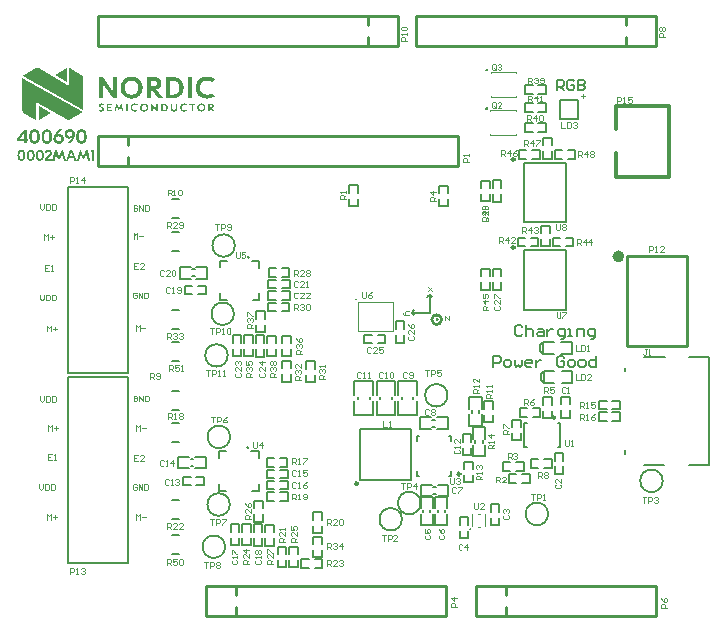
<source format=gto>
G04*
G04 #@! TF.GenerationSoftware,Altium Limited,Altium Designer,23.1.1 (15)*
G04*
G04 Layer_Color=65535*
%FSLAX24Y24*%
%MOIN*%
G70*
G04*
G04 #@! TF.SameCoordinates,0A79AF00-5A7F-476D-9868-4C47CD430A8F*
G04*
G04*
G04 #@! TF.FilePolarity,Positive*
G04*
G01*
G75*
%ADD10C,0.0200*%
%ADD11C,0.0059*%
%ADD12C,0.0100*%
%ADD13C,0.0049*%
%ADD14C,0.0098*%
%ADD15C,0.0079*%
%ADD16C,0.0060*%
%ADD17C,0.0050*%
%ADD18C,0.0039*%
%ADD19C,0.0118*%
G36*
X1875Y19037D02*
X1462Y19277D01*
X1875Y19514D01*
Y19037D01*
D02*
G37*
G36*
X6550Y19218D02*
X6569Y19217D01*
X6585Y19216D01*
X6602Y19214D01*
X6617Y19212D01*
X6633Y19209D01*
X6653Y19205D01*
X6673Y19200D01*
X6696Y19192D01*
X6714Y19185D01*
X6731Y19177D01*
X6738Y19173D01*
X6750Y19168D01*
X6762Y19160D01*
X6773Y19154D01*
X6784Y19147D01*
X6793Y19141D01*
X6719Y19028D01*
X6717Y19030D01*
X6702Y19039D01*
X6691Y19046D01*
X6678Y19053D01*
X6663Y19060D01*
X6649Y19066D01*
X6637Y19070D01*
X6621Y19075D01*
X6609Y19079D01*
X6598Y19081D01*
X6587Y19083D01*
X6574Y19085D01*
X6561Y19086D01*
X6552Y19086D01*
X6544Y19086D01*
X6537Y19086D01*
X6526Y19086D01*
X6518Y19086D01*
X6510Y19085D01*
X6498Y19083D01*
X6491Y19082D01*
X6482Y19080D01*
X6470Y19077D01*
X6458Y19074D01*
X6449Y19071D01*
X6440Y19067D01*
X6427Y19061D01*
X6417Y19056D01*
X6406Y19050D01*
X6393Y19041D01*
X6386Y19035D01*
X6376Y19027D01*
X6368Y19020D01*
X6359Y19009D01*
X6348Y18996D01*
X6341Y18985D01*
X6332Y18971D01*
X6327Y18960D01*
X6322Y18950D01*
X6317Y18937D01*
X6315Y18929D01*
X6312Y18918D01*
X6309Y18907D01*
X6307Y18893D01*
X6305Y18880D01*
X6304Y18867D01*
X6304Y18848D01*
X6305Y18830D01*
X6306Y18814D01*
X6309Y18797D01*
X6312Y18783D01*
X6317Y18768D01*
X6322Y18755D01*
X6328Y18740D01*
X6335Y18728D01*
X6346Y18711D01*
X6359Y18694D01*
X6368Y18684D01*
X6378Y18675D01*
X6388Y18666D01*
X6396Y18661D01*
X6402Y18656D01*
X6408Y18652D01*
X6419Y18646D01*
X6429Y18641D01*
X6443Y18635D01*
X6456Y18630D01*
X6469Y18627D01*
X6481Y18624D01*
X6497Y18621D01*
X6517Y18618D01*
X6537Y18617D01*
X6549Y18617D01*
X6568Y18618D01*
X6584Y18620D01*
X6597Y18623D01*
X6611Y18626D01*
X6626Y18630D01*
X6634Y18632D01*
X6647Y18637D01*
X6657Y18641D01*
X6677Y18650D01*
X6696Y18661D01*
X6709Y18669D01*
X6719Y18675D01*
X6793Y18563D01*
X6772Y18549D01*
X6753Y18538D01*
X6736Y18529D01*
X6718Y18521D01*
X6699Y18513D01*
X6680Y18506D01*
X6664Y18502D01*
X6655Y18499D01*
X6640Y18496D01*
X6626Y18493D01*
X6612Y18491D01*
X6598Y18489D01*
X6589Y18488D01*
X6577Y18487D01*
X6565Y18486D01*
X6546Y18486D01*
X6531Y18486D01*
X6516Y18487D01*
X6504Y18487D01*
X6493Y18488D01*
X6481Y18490D01*
X6470Y18491D01*
X6456Y18494D01*
X6445Y18496D01*
X6431Y18499D01*
X6419Y18502D01*
X6408Y18506D01*
X6396Y18510D01*
X6384Y18514D01*
X6371Y18519D01*
X6365Y18522D01*
X6352Y18528D01*
X6345Y18532D01*
X6323Y18544D01*
X6315Y18550D01*
X6306Y18556D01*
X6286Y18571D01*
X6272Y18583D01*
X6256Y18600D01*
X6244Y18613D01*
X6233Y18628D01*
X6224Y18639D01*
X6216Y18653D01*
X6209Y18665D01*
X6204Y18675D01*
X6195Y18693D01*
X6189Y18708D01*
X6184Y18722D01*
X6180Y18735D01*
X6176Y18747D01*
X6172Y18764D01*
X6169Y18780D01*
X6167Y18796D01*
X6165Y18812D01*
X6165Y18822D01*
X6164Y18837D01*
X6164Y18852D01*
X6164Y18866D01*
X6164Y18878D01*
X6165Y18891D01*
X6167Y18906D01*
X6168Y18916D01*
X6171Y18932D01*
X6173Y18943D01*
X6178Y18961D01*
X6183Y18979D01*
X6185Y18986D01*
X6190Y18999D01*
X6193Y19007D01*
X6197Y19015D01*
X6201Y19023D01*
X6205Y19032D01*
X6211Y19043D01*
X6219Y19055D01*
X6230Y19072D01*
X6245Y19092D01*
X6260Y19108D01*
X6275Y19121D01*
X6282Y19129D01*
X6294Y19139D01*
X6304Y19146D01*
X6312Y19152D01*
X6321Y19158D01*
X6329Y19162D01*
X6343Y19171D01*
X6350Y19174D01*
X6363Y19181D01*
X6376Y19186D01*
X6389Y19191D01*
X6401Y19196D01*
X6413Y19199D01*
X6424Y19203D01*
X6442Y19207D01*
X6459Y19211D01*
X6476Y19213D01*
X6493Y19215D01*
X6510Y19217D01*
X6521Y19217D01*
X6538Y19218D01*
X6550Y19218D01*
D02*
G37*
G36*
X3529Y18501D02*
X3409D01*
X3067Y18982D01*
Y18501D01*
X2939D01*
Y19203D01*
X3058D01*
X3400Y18720D01*
Y19203D01*
X3529D01*
Y18501D01*
D02*
G37*
G36*
X6025Y18501D02*
X5896D01*
Y19203D01*
X6025D01*
Y18501D01*
D02*
G37*
G36*
X4800Y19203D02*
X4812Y19202D01*
X4823Y19201D01*
X4840Y19199D01*
X4850Y19197D01*
X4863Y19194D01*
X4871Y19192D01*
X4884Y19187D01*
X4899Y19181D01*
X4911Y19176D01*
X4921Y19170D01*
X4928Y19166D01*
X4936Y19160D01*
X4945Y19153D01*
X4951Y19148D01*
X4960Y19140D01*
X4967Y19131D01*
X4974Y19123D01*
X4984Y19110D01*
X4991Y19097D01*
X4996Y19087D01*
X5000Y19079D01*
X5003Y19071D01*
X5005Y19064D01*
X5007Y19058D01*
X5010Y19048D01*
X5012Y19039D01*
X5013Y19030D01*
X5014Y19024D01*
X5016Y19013D01*
X5016Y19004D01*
X5016Y18996D01*
X5016Y18987D01*
X5016Y18979D01*
X5015Y18965D01*
X5014Y18953D01*
X5012Y18941D01*
X5009Y18932D01*
X5008Y18925D01*
X5006Y18918D01*
X5003Y18911D01*
X4999Y18900D01*
X4994Y18891D01*
X4989Y18880D01*
X4985Y18874D01*
X4979Y18866D01*
X4972Y18856D01*
X4964Y18847D01*
X4959Y18841D01*
X4949Y18833D01*
X4939Y18824D01*
X4930Y18818D01*
X4919Y18812D01*
X4913Y18808D01*
X4903Y18803D01*
X4894Y18799D01*
X4883Y18795D01*
X4875Y18793D01*
X4867Y18790D01*
X4859Y18788D01*
X4852Y18787D01*
X5060Y18501D01*
X4898D01*
X4708Y18781D01*
X4660D01*
Y18501D01*
X4531D01*
Y19203D01*
X4790D01*
X4800Y19203D01*
D02*
G37*
G36*
X5405Y19203D02*
X5420Y19202D01*
X5435Y19201D01*
X5450Y19200D01*
X5464Y19198D01*
X5484Y19194D01*
X5499Y19191D01*
X5509Y19188D01*
X5514Y19187D01*
X5524Y19184D01*
X5534Y19181D01*
X5545Y19177D01*
X5555Y19173D01*
X5565Y19169D01*
X5582Y19161D01*
X5593Y19155D01*
X5599Y19152D01*
X5605Y19148D01*
X5619Y19139D01*
X5626Y19135D01*
X5633Y19129D01*
X5642Y19122D01*
X5652Y19113D01*
X5667Y19099D01*
X5678Y19087D01*
X5687Y19076D01*
X5697Y19063D01*
X5705Y19051D01*
X5712Y19040D01*
X5722Y19023D01*
X5728Y19008D01*
X5734Y18995D01*
X5738Y18984D01*
X5743Y18967D01*
X5746Y18957D01*
X5750Y18943D01*
X5753Y18929D01*
X5755Y18915D01*
X5757Y18903D01*
X5758Y18894D01*
X5759Y18881D01*
X5759Y18872D01*
X5760Y18860D01*
X5760Y18847D01*
X5759Y18836D01*
X5759Y18823D01*
X5758Y18815D01*
X5757Y18802D01*
X5755Y18789D01*
X5753Y18776D01*
X5750Y18762D01*
X5749Y18757D01*
X5747Y18747D01*
X5744Y18737D01*
X5739Y18722D01*
X5735Y18711D01*
X5730Y18698D01*
X5723Y18685D01*
X5719Y18677D01*
X5709Y18658D01*
X5701Y18646D01*
X5691Y18632D01*
X5681Y18620D01*
X5670Y18607D01*
X5655Y18592D01*
X5647Y18586D01*
X5629Y18572D01*
X5615Y18561D01*
X5601Y18553D01*
X5589Y18547D01*
X5578Y18541D01*
X5567Y18535D01*
X5556Y18531D01*
X5546Y18527D01*
X5535Y18523D01*
X5520Y18518D01*
X5505Y18514D01*
X5490Y18511D01*
X5479Y18508D01*
X5469Y18507D01*
X5435Y18503D01*
X5410Y18501D01*
X5395Y18501D01*
X5170D01*
Y19203D01*
X5405Y19203D01*
D02*
G37*
G36*
X4044Y19217D02*
X4063Y19216D01*
X4079Y19214D01*
X4087Y19213D01*
X4104Y19210D01*
X4121Y19207D01*
X4138Y19202D01*
X4167Y19192D01*
X4177Y19188D01*
X4187Y19184D01*
X4198Y19179D01*
X4209Y19173D01*
X4222Y19166D01*
X4235Y19158D01*
X4250Y19147D01*
X4269Y19132D01*
X4286Y19117D01*
X4300Y19102D01*
X4312Y19088D01*
X4328Y19067D01*
X4342Y19046D01*
X4350Y19031D01*
X4356Y19019D01*
X4361Y19008D01*
X4365Y18998D01*
X4369Y18988D01*
X4372Y18979D01*
X4377Y18963D01*
X4380Y18955D01*
X4383Y18939D01*
X4385Y18932D01*
X4387Y18919D01*
X4389Y18905D01*
X4390Y18893D01*
X4391Y18886D01*
X4392Y18874D01*
X4392Y18863D01*
X4392Y18852D01*
X4392Y18839D01*
X4392Y18828D01*
X4391Y18816D01*
X4390Y18803D01*
X4388Y18791D01*
X4386Y18777D01*
X4384Y18770D01*
X4381Y18756D01*
X4379Y18748D01*
X4377Y18740D01*
X4375Y18732D01*
X4372Y18724D01*
X4369Y18715D01*
X4365Y18706D01*
X4361Y18696D01*
X4356Y18685D01*
X4350Y18673D01*
X4342Y18658D01*
X4337Y18648D01*
X4331Y18640D01*
X4321Y18626D01*
X4311Y18613D01*
X4299Y18600D01*
X4286Y18586D01*
X4275Y18577D01*
X4262Y18565D01*
X4249Y18555D01*
X4233Y18545D01*
X4220Y18537D01*
X4208Y18530D01*
X4196Y18524D01*
X4186Y18519D01*
X4175Y18515D01*
X4155Y18507D01*
X4146Y18504D01*
X4137Y18501D01*
X4128Y18499D01*
X4119Y18497D01*
X4110Y18495D01*
X4093Y18491D01*
X4085Y18490D01*
X4069Y18488D01*
X4061Y18487D01*
X4045Y18486D01*
X4030Y18486D01*
X4024Y18486D01*
X4009Y18486D01*
X4001Y18486D01*
X3987Y18487D01*
X3971Y18489D01*
X3963Y18490D01*
X3956Y18491D01*
X3948Y18493D01*
X3939Y18494D01*
X3931Y18496D01*
X3923Y18498D01*
X3914Y18501D01*
X3896Y18506D01*
X3887Y18509D01*
X3877Y18513D01*
X3868Y18517D01*
X3857Y18522D01*
X3846Y18527D01*
X3834Y18534D01*
X3822Y18541D01*
X3807Y18550D01*
X3790Y18563D01*
X3778Y18573D01*
X3762Y18588D01*
X3750Y18600D01*
X3741Y18610D01*
X3733Y18620D01*
X3724Y18632D01*
X3718Y18641D01*
X3707Y18658D01*
X3694Y18684D01*
X3689Y18695D01*
X3685Y18705D01*
X3678Y18723D01*
X3673Y18739D01*
X3669Y18754D01*
X3666Y18768D01*
X3662Y18789D01*
X3660Y18808D01*
X3659Y18820D01*
X3658Y18838D01*
X3657Y18852D01*
X3658Y18864D01*
X3658Y18881D01*
X3659Y18894D01*
X3662Y18913D01*
X3664Y18926D01*
X3667Y18939D01*
X3668Y18947D01*
X3672Y18962D01*
X3677Y18977D01*
X3680Y18986D01*
X3687Y19004D01*
X3691Y19014D01*
X3696Y19025D01*
X3703Y19037D01*
X3711Y19052D01*
X3724Y19071D01*
X3737Y19088D01*
X3753Y19107D01*
X3768Y19121D01*
X3781Y19134D01*
X3801Y19149D01*
X3817Y19159D01*
X3830Y19167D01*
X3842Y19174D01*
X3854Y19180D01*
X3875Y19190D01*
X3894Y19197D01*
X3912Y19202D01*
X3930Y19207D01*
X3946Y19211D01*
X3963Y19213D01*
X3978Y19215D01*
X3994Y19217D01*
X4009Y19218D01*
X4024Y19218D01*
X4044Y19217D01*
D02*
G37*
G36*
X3022Y18321D02*
X3029Y18321D01*
X3037Y18320D01*
X3047Y18318D01*
X3054Y18317D01*
X3061Y18315D01*
X3068Y18313D01*
X3075Y18311D01*
X3084Y18308D01*
X3095Y18303D01*
X3074Y18259D01*
X3069Y18262D01*
X3066Y18263D01*
X3064Y18264D01*
X3061Y18266D01*
X3058Y18267D01*
X3054Y18268D01*
X3051Y18269D01*
X3046Y18271D01*
X3042Y18272D01*
X3039Y18273D01*
X3035Y18274D01*
X3032Y18274D01*
X3028Y18275D01*
X3025Y18275D01*
X3023Y18275D01*
X3018Y18275D01*
X3015Y18275D01*
X3010Y18275D01*
X3008Y18274D01*
X3003Y18273D01*
X3001Y18272D01*
X2999Y18271D01*
X2997Y18269D01*
X2995Y18268D01*
X2994Y18266D01*
X2993Y18264D01*
X2992Y18261D01*
X2992Y18259D01*
X2992Y18257D01*
X2992Y18255D01*
X2992Y18252D01*
X2994Y18248D01*
X2996Y18244D01*
X2999Y18240D01*
X3003Y18237D01*
X3008Y18233D01*
X3034Y18214D01*
X3061Y18195D01*
X3065Y18192D01*
X3070Y18189D01*
X3073Y18185D01*
X3076Y18183D01*
X3078Y18181D01*
X3081Y18178D01*
X3084Y18175D01*
X3087Y18171D01*
X3090Y18166D01*
X3094Y18159D01*
X3098Y18150D01*
X3098Y18148D01*
X3099Y18144D01*
X3100Y18143D01*
X3100Y18138D01*
X3101Y18135D01*
X3101Y18131D01*
X3101Y18128D01*
X3101Y18124D01*
X3101Y18121D01*
X3101Y18118D01*
X3101Y18114D01*
X3100Y18111D01*
X3100Y18107D01*
X3098Y18101D01*
X3097Y18097D01*
X3095Y18093D01*
X3093Y18088D01*
X3089Y18082D01*
X3083Y18075D01*
X3079Y18071D01*
X3077Y18069D01*
X3074Y18066D01*
X3071Y18064D01*
X3065Y18061D01*
X3061Y18059D01*
X3059Y18058D01*
X3054Y18057D01*
X3050Y18055D01*
X3044Y18053D01*
X3037Y18052D01*
X3033Y18051D01*
X3027Y18051D01*
X3020Y18050D01*
X3013Y18050D01*
X3000Y18051D01*
X2992Y18051D01*
X2984Y18053D01*
X2974Y18055D01*
X2967Y18056D01*
X2956Y18060D01*
X2950Y18062D01*
X2945Y18064D01*
X2942Y18065D01*
X2936Y18068D01*
X2931Y18071D01*
X2927Y18073D01*
X2923Y18075D01*
X2944Y18119D01*
X2951Y18115D01*
X2955Y18113D01*
X2961Y18110D01*
X2967Y18107D01*
X2972Y18105D01*
X2978Y18103D01*
X2988Y18100D01*
X2993Y18098D01*
X2999Y18097D01*
X3004Y18097D01*
X3008Y18096D01*
X3013Y18096D01*
X3018Y18096D01*
X3022Y18097D01*
X3025Y18097D01*
X3031Y18098D01*
X3035Y18100D01*
X3038Y18101D01*
X3041Y18103D01*
X3043Y18104D01*
X3045Y18107D01*
X3047Y18109D01*
X3049Y18113D01*
X3050Y18114D01*
X3051Y18119D01*
X3051Y18121D01*
X3051Y18124D01*
X3050Y18127D01*
X3050Y18131D01*
X3049Y18132D01*
X3048Y18134D01*
X3047Y18137D01*
X3045Y18139D01*
X3042Y18142D01*
X3040Y18145D01*
X3036Y18148D01*
X3030Y18153D01*
X3025Y18157D01*
X2983Y18187D01*
X2981Y18188D01*
X2977Y18191D01*
X2974Y18193D01*
X2970Y18196D01*
X2967Y18199D01*
X2962Y18204D01*
X2959Y18208D01*
X2954Y18214D01*
X2951Y18218D01*
X2949Y18222D01*
X2947Y18226D01*
X2944Y18236D01*
X2943Y18238D01*
X2943Y18241D01*
X2942Y18246D01*
X2942Y18251D01*
X2941Y18257D01*
X2942Y18260D01*
X2942Y18264D01*
X2942Y18268D01*
X2944Y18274D01*
X2945Y18279D01*
X2946Y18282D01*
X2948Y18287D01*
X2951Y18292D01*
X2959Y18301D01*
X2960Y18302D01*
X2962Y18304D01*
X2966Y18307D01*
X2970Y18310D01*
X2976Y18313D01*
X2980Y18314D01*
X2985Y18316D01*
X2992Y18318D01*
X2998Y18319D01*
X3005Y18320D01*
X3012Y18321D01*
X3017Y18321D01*
X3022Y18321D01*
D02*
G37*
G36*
X5793Y18322D02*
X5800Y18321D01*
X5810Y18320D01*
X5820Y18318D01*
X5832Y18315D01*
X5843Y18312D01*
X5854Y18307D01*
X5857Y18305D01*
X5864Y18301D01*
X5870Y18298D01*
X5877Y18293D01*
X5850Y18252D01*
X5848Y18253D01*
X5843Y18256D01*
X5839Y18258D01*
X5835Y18261D01*
X5831Y18263D01*
X5826Y18265D01*
X5818Y18268D01*
X5811Y18270D01*
X5800Y18272D01*
X5789Y18273D01*
X5786Y18273D01*
X5780Y18273D01*
X5772Y18273D01*
X5767Y18272D01*
X5761Y18271D01*
X5755Y18269D01*
X5748Y18267D01*
X5742Y18264D01*
X5734Y18260D01*
X5729Y18257D01*
X5723Y18252D01*
X5716Y18244D01*
X5709Y18236D01*
X5705Y18228D01*
X5703Y18224D01*
X5701Y18219D01*
X5699Y18212D01*
X5698Y18207D01*
X5697Y18200D01*
X5696Y18196D01*
X5696Y18190D01*
X5696Y18184D01*
X5696Y18178D01*
X5697Y18171D01*
X5698Y18165D01*
X5700Y18157D01*
X5703Y18149D01*
X5706Y18143D01*
X5711Y18135D01*
X5718Y18126D01*
X5727Y18118D01*
X5735Y18113D01*
X5737Y18111D01*
X5742Y18108D01*
X5748Y18106D01*
X5752Y18104D01*
X5760Y18102D01*
X5765Y18101D01*
X5772Y18100D01*
X5778Y18100D01*
X5787Y18100D01*
X5793Y18100D01*
X5800Y18101D01*
X5812Y18103D01*
X5816Y18104D01*
X5819Y18105D01*
X5825Y18108D01*
X5830Y18110D01*
X5835Y18112D01*
X5841Y18115D01*
X5845Y18118D01*
X5850Y18121D01*
X5877Y18080D01*
X5873Y18077D01*
X5868Y18074D01*
X5859Y18068D01*
X5850Y18064D01*
X5840Y18060D01*
X5829Y18057D01*
X5825Y18056D01*
X5820Y18055D01*
X5814Y18053D01*
X5806Y18052D01*
X5797Y18051D01*
X5790Y18051D01*
X5782Y18051D01*
X5776Y18051D01*
X5770Y18052D01*
X5761Y18052D01*
X5753Y18054D01*
X5747Y18055D01*
X5738Y18057D01*
X5734Y18058D01*
X5728Y18061D01*
X5721Y18063D01*
X5714Y18067D01*
X5706Y18071D01*
X5697Y18077D01*
X5689Y18083D01*
X5684Y18087D01*
X5675Y18096D01*
X5669Y18104D01*
X5663Y18113D01*
X5661Y18117D01*
X5659Y18121D01*
X5657Y18124D01*
X5655Y18130D01*
X5652Y18138D01*
X5649Y18147D01*
X5647Y18156D01*
X5646Y18164D01*
X5645Y18170D01*
X5644Y18177D01*
X5644Y18183D01*
X5644Y18188D01*
X5644Y18193D01*
X5644Y18197D01*
X5645Y18205D01*
X5646Y18210D01*
X5647Y18216D01*
X5648Y18222D01*
X5651Y18233D01*
X5653Y18238D01*
X5655Y18244D01*
X5658Y18250D01*
X5662Y18257D01*
X5664Y18262D01*
X5669Y18268D01*
X5680Y18281D01*
X5688Y18289D01*
X5692Y18293D01*
X5696Y18295D01*
X5702Y18300D01*
X5708Y18303D01*
X5713Y18306D01*
X5718Y18308D01*
X5723Y18310D01*
X5728Y18312D01*
X5734Y18314D01*
X5738Y18316D01*
X5744Y18317D01*
X5749Y18318D01*
X5755Y18320D01*
X5764Y18321D01*
X5772Y18321D01*
X5784Y18322D01*
X5793Y18322D01*
D02*
G37*
G36*
X4142Y18321D02*
X4150Y18320D01*
X4160Y18319D01*
X4170Y18317D01*
X4182Y18314D01*
X4193Y18311D01*
X4204Y18306D01*
X4207Y18305D01*
X4214Y18301D01*
X4219Y18297D01*
X4227Y18292D01*
X4200Y18251D01*
X4198Y18252D01*
X4193Y18255D01*
X4189Y18257D01*
X4185Y18260D01*
X4181Y18262D01*
X4176Y18264D01*
X4168Y18267D01*
X4161Y18269D01*
X4149Y18271D01*
X4139Y18272D01*
X4136Y18272D01*
X4129Y18272D01*
X4122Y18272D01*
X4116Y18271D01*
X4111Y18270D01*
X4105Y18268D01*
X4098Y18266D01*
X4092Y18263D01*
X4084Y18259D01*
X4079Y18256D01*
X4073Y18251D01*
X4065Y18243D01*
X4059Y18235D01*
X4055Y18227D01*
X4053Y18224D01*
X4051Y18219D01*
X4049Y18211D01*
X4048Y18206D01*
X4047Y18200D01*
X4046Y18195D01*
X4046Y18189D01*
X4046Y18183D01*
X4046Y18178D01*
X4047Y18170D01*
X4048Y18164D01*
X4050Y18156D01*
X4053Y18148D01*
X4056Y18142D01*
X4061Y18134D01*
X4068Y18125D01*
X4077Y18117D01*
X4085Y18112D01*
X4087Y18111D01*
X4092Y18108D01*
X4097Y18105D01*
X4102Y18104D01*
X4110Y18101D01*
X4114Y18101D01*
X4122Y18099D01*
X4128Y18099D01*
X4136Y18099D01*
X4143Y18099D01*
X4150Y18100D01*
X4162Y18103D01*
X4166Y18104D01*
X4169Y18104D01*
X4175Y18107D01*
X4180Y18109D01*
X4184Y18111D01*
X4191Y18115D01*
X4195Y18117D01*
X4200Y18120D01*
X4227Y18079D01*
X4223Y18076D01*
X4218Y18073D01*
X4208Y18067D01*
X4200Y18063D01*
X4190Y18059D01*
X4179Y18056D01*
X4175Y18055D01*
X4170Y18054D01*
X4163Y18053D01*
X4156Y18051D01*
X4147Y18051D01*
X4139Y18050D01*
X4132Y18050D01*
X4126Y18050D01*
X4120Y18051D01*
X4111Y18052D01*
X4103Y18053D01*
X4097Y18054D01*
X4088Y18056D01*
X4084Y18058D01*
X4077Y18060D01*
X4071Y18063D01*
X4064Y18066D01*
X4056Y18070D01*
X4047Y18076D01*
X4039Y18082D01*
X4034Y18086D01*
X4025Y18095D01*
X4019Y18103D01*
X4013Y18112D01*
X4011Y18116D01*
X4009Y18120D01*
X4007Y18123D01*
X4004Y18129D01*
X4002Y18137D01*
X3999Y18147D01*
X3997Y18155D01*
X3995Y18163D01*
X3995Y18169D01*
X3994Y18176D01*
X3994Y18182D01*
X3994Y18188D01*
X3994Y18193D01*
X3994Y18196D01*
X3995Y18204D01*
X3996Y18209D01*
X3997Y18215D01*
X3998Y18222D01*
X4001Y18233D01*
X4003Y18238D01*
X4005Y18243D01*
X4008Y18249D01*
X4012Y18256D01*
X4014Y18261D01*
X4019Y18267D01*
X4030Y18281D01*
X4038Y18288D01*
X4042Y18292D01*
X4046Y18294D01*
X4052Y18299D01*
X4058Y18302D01*
X4063Y18305D01*
X4068Y18307D01*
X4073Y18309D01*
X4078Y18312D01*
X4084Y18314D01*
X4088Y18315D01*
X4094Y18316D01*
X4099Y18318D01*
X4105Y18319D01*
X4114Y18320D01*
X4122Y18321D01*
X4134Y18321D01*
X4142Y18321D01*
D02*
G37*
G36*
X3744Y18056D02*
X3696D01*
X3671Y18224D01*
X3621Y18095D01*
X3586D01*
X3536Y18224D01*
X3511Y18056D01*
X3463D01*
X3509Y18316D01*
X3544D01*
X3603Y18169D01*
X3663Y18316D01*
X3698D01*
X3744Y18056D01*
D02*
G37*
G36*
X4897Y18056D02*
X4852D01*
X4726Y18234D01*
Y18056D01*
X4678D01*
Y18315D01*
X4723D01*
X4849Y18137D01*
Y18315D01*
X4897D01*
Y18056D01*
D02*
G37*
G36*
X5545Y18159D02*
X5545Y18153D01*
X5545Y18146D01*
X5544Y18139D01*
X5543Y18131D01*
X5541Y18122D01*
X5539Y18117D01*
X5536Y18110D01*
X5533Y18102D01*
X5529Y18095D01*
X5525Y18089D01*
X5519Y18082D01*
X5508Y18072D01*
X5504Y18069D01*
X5498Y18066D01*
X5492Y18063D01*
X5489Y18061D01*
X5481Y18058D01*
X5473Y18056D01*
X5467Y18054D01*
X5459Y18053D01*
X5453Y18052D01*
X5446Y18052D01*
X5439Y18051D01*
X5429Y18052D01*
X5422Y18052D01*
X5415Y18053D01*
X5409Y18054D01*
X5402Y18056D01*
X5396Y18058D01*
X5389Y18061D01*
X5381Y18064D01*
X5375Y18068D01*
X5364Y18076D01*
X5354Y18087D01*
X5348Y18095D01*
X5345Y18100D01*
X5342Y18105D01*
X5339Y18112D01*
X5337Y18120D01*
X5335Y18126D01*
X5333Y18137D01*
X5332Y18145D01*
X5331Y18151D01*
X5331Y18159D01*
Y18316D01*
X5381D01*
Y18162D01*
X5381Y18160D01*
X5382Y18151D01*
X5383Y18143D01*
X5385Y18137D01*
X5388Y18130D01*
X5391Y18125D01*
X5394Y18120D01*
X5399Y18115D01*
X5407Y18109D01*
X5412Y18106D01*
X5419Y18103D01*
X5427Y18101D01*
X5431Y18101D01*
X5437Y18100D01*
X5444Y18101D01*
X5449Y18101D01*
X5456Y18103D01*
X5462Y18105D01*
X5468Y18108D01*
X5472Y18110D01*
X5481Y18118D01*
X5485Y18123D01*
X5488Y18129D01*
X5491Y18136D01*
X5493Y18143D01*
X5494Y18149D01*
X5495Y18157D01*
X5495Y18162D01*
Y18316D01*
X5545D01*
Y18159D01*
D02*
G37*
G36*
X881Y19519D02*
X888Y19518D01*
X894Y19517D01*
X903Y19514D01*
X908Y19512D01*
X917Y19509D01*
X926Y19504D01*
X1947Y18914D01*
Y19516D01*
X1955Y19513D01*
X1963Y19509D01*
X1968Y19507D01*
X2355Y19282D01*
X2362Y19279D01*
X2371Y19272D01*
X2379Y19265D01*
X2391Y19251D01*
X2399Y19239D01*
X2405Y19225D01*
X2409Y19213D01*
X2411Y19203D01*
X2412Y19194D01*
X2413Y19185D01*
Y18098D01*
X412Y19253D01*
X415Y19256D01*
X420Y19262D01*
X426Y19268D01*
X431Y19272D01*
X438Y19278D01*
X447Y19283D01*
X826Y19503D01*
X833Y19507D01*
X839Y19510D01*
X844Y19512D01*
X852Y19515D01*
X858Y19516D01*
X865Y19518D01*
X869Y19518D01*
X875Y19519D01*
X881Y19519D01*
D02*
G37*
G36*
X6691Y18316D02*
X6696Y18315D01*
X6703Y18314D01*
X6714Y18312D01*
X6722Y18308D01*
X6729Y18305D01*
X6737Y18299D01*
X6742Y18296D01*
X6750Y18288D01*
X6753Y18282D01*
X6757Y18275D01*
X6759Y18271D01*
X6761Y18265D01*
X6764Y18255D01*
X6765Y18249D01*
X6766Y18241D01*
X6766Y18235D01*
X6765Y18230D01*
X6765Y18225D01*
X6764Y18219D01*
X6762Y18214D01*
X6760Y18206D01*
X6757Y18201D01*
X6754Y18195D01*
X6748Y18186D01*
X6741Y18179D01*
X6735Y18175D01*
X6728Y18171D01*
X6718Y18166D01*
X6710Y18164D01*
X6705Y18162D01*
X6782Y18057D01*
X6722D01*
X6651Y18160D01*
X6634D01*
Y18057D01*
X6586D01*
Y18316D01*
X6682D01*
X6691Y18316D01*
D02*
G37*
G36*
X5105Y18316D02*
X5112Y18316D01*
X5121Y18315D01*
X5126Y18314D01*
X5132Y18313D01*
X5139Y18311D01*
X5145Y18309D01*
X5151Y18308D01*
X5155Y18306D01*
X5164Y18302D01*
X5171Y18299D01*
X5175Y18296D01*
X5183Y18291D01*
X5189Y18286D01*
X5193Y18283D01*
X5198Y18278D01*
X5207Y18269D01*
X5212Y18260D01*
X5218Y18250D01*
X5221Y18244D01*
X5224Y18237D01*
X5226Y18231D01*
X5227Y18225D01*
X5229Y18218D01*
X5230Y18213D01*
X5231Y18204D01*
X5232Y18197D01*
X5232Y18188D01*
X5232Y18182D01*
X5232Y18174D01*
X5231Y18168D01*
X5230Y18160D01*
X5229Y18155D01*
X5227Y18144D01*
X5223Y18134D01*
X5220Y18127D01*
X5217Y18122D01*
X5214Y18115D01*
X5210Y18110D01*
X5201Y18097D01*
X5191Y18088D01*
X5179Y18079D01*
X5165Y18071D01*
X5155Y18067D01*
X5144Y18063D01*
X5134Y18061D01*
X5126Y18059D01*
X5121Y18058D01*
X5110Y18057D01*
X5097Y18057D01*
X5014D01*
Y18316D01*
X5097D01*
X5105Y18316D01*
D02*
G37*
G36*
X6144Y18272D02*
X6073D01*
Y18057D01*
X6025D01*
Y18272D01*
X5955D01*
Y18316D01*
X6144D01*
Y18272D01*
D02*
G37*
G36*
X3898Y18056D02*
X3849D01*
Y18315D01*
X3898D01*
Y18056D01*
D02*
G37*
G36*
X3359Y18271D02*
X3253D01*
Y18219D01*
X3350D01*
Y18175D01*
X3253D01*
Y18100D01*
X3361D01*
Y18056D01*
X3205D01*
Y18315D01*
X3359D01*
Y18271D01*
D02*
G37*
G36*
X6361Y18322D02*
X6370Y18321D01*
X6376Y18320D01*
X6382Y18319D01*
X6388Y18318D01*
X6395Y18316D01*
X6402Y18314D01*
X6413Y18309D01*
X6421Y18305D01*
X6426Y18303D01*
X6430Y18300D01*
X6436Y18296D01*
X6443Y18290D01*
X6447Y18287D01*
X6452Y18282D01*
X6459Y18274D01*
X6463Y18269D01*
X6467Y18264D01*
X6470Y18258D01*
X6473Y18253D01*
X6477Y18244D01*
X6480Y18237D01*
X6482Y18231D01*
X6484Y18225D01*
X6485Y18219D01*
X6486Y18214D01*
X6488Y18204D01*
X6489Y18195D01*
X6489Y18184D01*
X6488Y18169D01*
X6486Y18156D01*
X6485Y18151D01*
X6482Y18142D01*
X6480Y18136D01*
X6477Y18129D01*
X6473Y18120D01*
X6470Y18115D01*
X6466Y18108D01*
X6462Y18103D01*
X6457Y18096D01*
X6452Y18091D01*
X6445Y18084D01*
X6436Y18077D01*
X6430Y18073D01*
X6425Y18070D01*
X6416Y18065D01*
X6408Y18062D01*
X6401Y18059D01*
X6394Y18057D01*
X6387Y18055D01*
X6378Y18053D01*
X6372Y18052D01*
X6363Y18051D01*
X6357Y18051D01*
X6344Y18051D01*
X6339Y18052D01*
X6333Y18052D01*
X6324Y18054D01*
X6315Y18056D01*
X6308Y18058D01*
X6298Y18061D01*
X6291Y18065D01*
X6282Y18069D01*
X6277Y18072D01*
X6272Y18075D01*
X6266Y18080D01*
X6260Y18085D01*
X6254Y18090D01*
X6250Y18095D01*
X6244Y18102D01*
X6239Y18108D01*
X6235Y18115D01*
X6230Y18124D01*
X6227Y18132D01*
X6224Y18139D01*
X6223Y18145D01*
X6220Y18153D01*
X6219Y18161D01*
X6218Y18168D01*
X6217Y18186D01*
X6217Y18191D01*
X6217Y18200D01*
X6219Y18211D01*
X6221Y18222D01*
X6223Y18230D01*
X6225Y18236D01*
X6229Y18247D01*
X6234Y18255D01*
X6237Y18261D01*
X6241Y18268D01*
X6246Y18274D01*
X6255Y18284D01*
X6260Y18289D01*
X6265Y18293D01*
X6270Y18297D01*
X6276Y18300D01*
X6281Y18303D01*
X6285Y18306D01*
X6297Y18312D01*
X6304Y18314D01*
X6314Y18317D01*
X6321Y18319D01*
X6327Y18320D01*
X6336Y18321D01*
X6341Y18322D01*
X6350Y18322D01*
X6356D01*
X6361Y18322D01*
D02*
G37*
G36*
X4451Y18321D02*
X4460Y18320D01*
X4466Y18319D01*
X4472Y18318D01*
X4478Y18317D01*
X4485Y18315D01*
X4492Y18313D01*
X4503Y18309D01*
X4511Y18304D01*
X4516Y18302D01*
X4521Y18299D01*
X4526Y18295D01*
X4533Y18289D01*
X4537Y18286D01*
X4542Y18282D01*
X4549Y18273D01*
X4553Y18268D01*
X4557Y18263D01*
X4560Y18258D01*
X4563Y18252D01*
X4567Y18243D01*
X4570Y18236D01*
X4572Y18230D01*
X4574Y18224D01*
X4575Y18218D01*
X4576Y18213D01*
X4578Y18203D01*
X4579Y18194D01*
X4579Y18183D01*
X4578Y18168D01*
X4576Y18155D01*
X4575Y18150D01*
X4572Y18141D01*
X4570Y18135D01*
X4567Y18128D01*
X4563Y18119D01*
X4560Y18114D01*
X4556Y18107D01*
X4552Y18102D01*
X4547Y18096D01*
X4542Y18090D01*
X4535Y18083D01*
X4526Y18076D01*
X4520Y18072D01*
X4515Y18069D01*
X4506Y18064D01*
X4498Y18061D01*
X4491Y18058D01*
X4484Y18056D01*
X4477Y18054D01*
X4468Y18052D01*
X4462Y18051D01*
X4453Y18050D01*
X4447Y18050D01*
X4434Y18050D01*
X4429Y18051D01*
X4423Y18051D01*
X4414Y18053D01*
X4405Y18055D01*
X4398Y18057D01*
X4388Y18060D01*
X4381Y18064D01*
X4372Y18068D01*
X4367Y18071D01*
X4362Y18074D01*
X4356Y18079D01*
X4350Y18084D01*
X4344Y18089D01*
X4340Y18094D01*
X4334Y18101D01*
X4329Y18107D01*
X4325Y18114D01*
X4320Y18123D01*
X4317Y18131D01*
X4314Y18138D01*
X4313Y18144D01*
X4310Y18152D01*
X4309Y18160D01*
X4308Y18167D01*
X4307Y18185D01*
X4307Y18190D01*
X4307Y18199D01*
X4309Y18211D01*
X4311Y18221D01*
X4313Y18229D01*
X4315Y18235D01*
X4319Y18246D01*
X4324Y18254D01*
X4327Y18260D01*
X4331Y18267D01*
X4337Y18274D01*
X4345Y18283D01*
X4351Y18288D01*
X4355Y18292D01*
X4360Y18296D01*
X4366Y18299D01*
X4371Y18302D01*
X4375Y18305D01*
X4387Y18311D01*
X4394Y18313D01*
X4404Y18316D01*
X4411Y18318D01*
X4417Y18319D01*
X4426Y18320D01*
X4431Y18321D01*
X4440Y18321D01*
X4446D01*
X4451Y18321D01*
D02*
G37*
G36*
X1340Y18004D02*
X926Y17766D01*
X926Y18243D01*
X1340Y18004D01*
D02*
G37*
G36*
X2394Y18027D02*
X1950Y17766D01*
X1946Y17763D01*
X1943Y17762D01*
X1939Y17760D01*
X1936Y17759D01*
X1931Y17757D01*
X1928Y17757D01*
X1926Y17756D01*
X1924Y17756D01*
X1920Y17757D01*
X1917Y17757D01*
X1913Y17758D01*
X1910Y17760D01*
X1907Y17761D01*
X1904Y17762D01*
X855Y18367D01*
X855Y17764D01*
X420Y18018D01*
X411Y18024D01*
X406Y18029D01*
X401Y18034D01*
X396Y18041D01*
X393Y18049D01*
X391Y18057D01*
X389Y18065D01*
X389Y18070D01*
X389Y19184D01*
X2394Y18027D01*
D02*
G37*
G36*
X1979Y17463D02*
X1984Y17462D01*
X1997Y17461D01*
X2011Y17458D01*
X2025Y17455D01*
X2041Y17449D01*
X2056Y17442D01*
X2057D01*
X2058Y17441D01*
X2060Y17440D01*
X2063Y17438D01*
X2069Y17433D01*
X2078Y17427D01*
X2087Y17418D01*
X2097Y17407D01*
X2107Y17395D01*
X2115Y17381D01*
Y17380D01*
X2116Y17379D01*
X2117Y17377D01*
X2119Y17374D01*
X2120Y17370D01*
X2122Y17365D01*
X2124Y17360D01*
X2126Y17355D01*
X2130Y17341D01*
X2133Y17325D01*
X2136Y17307D01*
X2137Y17288D01*
Y17287D01*
Y17286D01*
Y17283D01*
Y17279D01*
X2136Y17275D01*
X2135Y17269D01*
X2135Y17263D01*
X2134Y17256D01*
X2131Y17241D01*
X2127Y17223D01*
X2122Y17205D01*
X2115Y17187D01*
Y17186D01*
X2113Y17185D01*
X2112Y17182D01*
X2111Y17178D01*
X2108Y17173D01*
X2105Y17168D01*
X2101Y17162D01*
X2097Y17155D01*
X2093Y17148D01*
X2087Y17140D01*
X2075Y17122D01*
X2060Y17102D01*
X2043Y17080D01*
X1965Y16988D01*
X1864D01*
X2026Y17176D01*
X2024Y17177D01*
X2023Y17177D01*
X2023Y17176D01*
X2021Y17175D01*
X2018Y17173D01*
X2015Y17170D01*
X2010Y17167D01*
X2000Y17161D01*
X1988Y17155D01*
X1974Y17151D01*
X1957Y17147D01*
X1949Y17146D01*
X1940Y17146D01*
X1936D01*
X1933Y17146D01*
X1929D01*
X1925Y17147D01*
X1915Y17148D01*
X1904Y17151D01*
X1892Y17154D01*
X1879Y17159D01*
X1866Y17166D01*
X1866D01*
X1865Y17167D01*
X1861Y17170D01*
X1855Y17175D01*
X1848Y17181D01*
X1839Y17189D01*
X1830Y17199D01*
X1822Y17209D01*
X1814Y17222D01*
Y17223D01*
X1814Y17223D01*
X1812Y17225D01*
X1812Y17228D01*
X1810Y17232D01*
X1808Y17236D01*
X1805Y17245D01*
X1801Y17257D01*
X1798Y17271D01*
X1796Y17285D01*
X1795Y17301D01*
Y17302D01*
Y17303D01*
Y17306D01*
X1796Y17309D01*
Y17313D01*
X1796Y17318D01*
X1798Y17329D01*
X1800Y17342D01*
X1804Y17356D01*
X1809Y17371D01*
X1816Y17385D01*
Y17385D01*
X1818Y17386D01*
X1818Y17388D01*
X1820Y17391D01*
X1826Y17397D01*
X1832Y17406D01*
X1841Y17415D01*
X1851Y17425D01*
X1863Y17434D01*
X1877Y17443D01*
X1878D01*
X1879Y17443D01*
X1881Y17445D01*
X1884Y17446D01*
X1888Y17447D01*
X1892Y17449D01*
X1897Y17451D01*
X1903Y17453D01*
X1916Y17457D01*
X1931Y17460D01*
X1948Y17463D01*
X1966Y17463D01*
X1975D01*
X1979Y17463D01*
D02*
G37*
G36*
X524Y17145D02*
X571D01*
Y17068D01*
X524D01*
Y16988D01*
X444D01*
Y17068D01*
X217D01*
Y17136D01*
X440Y17453D01*
X524D01*
Y17145D01*
D02*
G37*
G36*
X2361Y17463D02*
X2367D01*
X2374Y17461D01*
X2382Y17460D01*
X2392Y17458D01*
X2402Y17455D01*
X2412Y17452D01*
X2422Y17448D01*
X2433Y17443D01*
X2444Y17437D01*
X2455Y17429D01*
X2465Y17421D01*
X2475Y17411D01*
X2484Y17400D01*
X2484Y17399D01*
X2486Y17397D01*
X2488Y17393D01*
X2491Y17389D01*
X2494Y17382D01*
X2498Y17374D01*
X2502Y17365D01*
X2507Y17354D01*
X2511Y17342D01*
X2515Y17329D01*
X2519Y17314D01*
X2522Y17298D01*
X2526Y17281D01*
X2528Y17262D01*
X2529Y17242D01*
X2530Y17221D01*
Y17219D01*
Y17215D01*
Y17209D01*
X2529Y17201D01*
X2528Y17192D01*
X2527Y17181D01*
X2526Y17168D01*
X2524Y17155D01*
X2522Y17140D01*
X2518Y17126D01*
X2515Y17111D01*
X2510Y17096D01*
X2505Y17081D01*
X2499Y17067D01*
X2492Y17054D01*
X2484Y17041D01*
X2483Y17040D01*
X2482Y17038D01*
X2479Y17035D01*
X2475Y17031D01*
X2470Y17026D01*
X2465Y17021D01*
X2458Y17016D01*
X2450Y17010D01*
X2441Y17004D01*
X2432Y16998D01*
X2421Y16993D01*
X2409Y16988D01*
X2396Y16984D01*
X2383Y16981D01*
X2368Y16979D01*
X2353Y16978D01*
X2349D01*
X2345Y16979D01*
X2339Y16980D01*
X2332Y16980D01*
X2324Y16982D01*
X2314Y16984D01*
X2304Y16986D01*
X2294Y16990D01*
X2283Y16994D01*
X2272Y16999D01*
X2261Y17005D01*
X2250Y17012D01*
X2240Y17020D01*
X2231Y17030D01*
X2221Y17041D01*
X2221Y17042D01*
X2219Y17044D01*
X2217Y17048D01*
X2214Y17052D01*
X2211Y17059D01*
X2207Y17067D01*
X2203Y17076D01*
X2199Y17087D01*
X2195Y17099D01*
X2191Y17112D01*
X2187Y17127D01*
X2183Y17144D01*
X2180Y17161D01*
X2178Y17179D01*
X2177Y17199D01*
X2176Y17221D01*
Y17221D01*
Y17222D01*
Y17226D01*
Y17232D01*
X2177Y17240D01*
X2177Y17249D01*
X2179Y17261D01*
X2180Y17273D01*
X2182Y17287D01*
X2184Y17301D01*
X2187Y17316D01*
X2191Y17331D01*
X2195Y17345D01*
X2201Y17360D01*
X2207Y17374D01*
X2213Y17388D01*
X2221Y17400D01*
X2222Y17401D01*
X2223Y17403D01*
X2226Y17406D01*
X2230Y17410D01*
X2235Y17415D01*
X2241Y17420D01*
X2247Y17426D01*
X2255Y17432D01*
X2264Y17437D01*
X2274Y17443D01*
X2284Y17449D01*
X2296Y17453D01*
X2309Y17457D01*
X2322Y17461D01*
X2338Y17463D01*
X2353Y17463D01*
X2357D01*
X2361Y17463D01*
D02*
G37*
G36*
X1533Y17263D02*
X1535Y17262D01*
X1535Y17263D01*
X1538Y17265D01*
X1542Y17269D01*
X1547Y17273D01*
X1553Y17278D01*
X1560Y17283D01*
X1567Y17287D01*
X1575Y17291D01*
X1575Y17291D01*
X1578Y17292D01*
X1583Y17293D01*
X1588Y17295D01*
X1594Y17297D01*
X1602Y17298D01*
X1610Y17299D01*
X1620Y17299D01*
X1627D01*
X1631Y17299D01*
X1635Y17298D01*
X1646Y17297D01*
X1658Y17295D01*
X1670Y17291D01*
X1684Y17286D01*
X1697Y17279D01*
X1698D01*
X1698Y17279D01*
X1702Y17276D01*
X1709Y17271D01*
X1716Y17265D01*
X1724Y17257D01*
X1733Y17248D01*
X1742Y17237D01*
X1749Y17224D01*
Y17223D01*
X1750Y17223D01*
X1751Y17221D01*
X1752Y17218D01*
X1754Y17214D01*
X1755Y17210D01*
X1758Y17200D01*
X1762Y17188D01*
X1765Y17174D01*
X1767Y17159D01*
X1768Y17142D01*
Y17142D01*
Y17140D01*
Y17138D01*
Y17134D01*
X1767Y17130D01*
X1766Y17125D01*
X1765Y17114D01*
X1762Y17100D01*
X1758Y17086D01*
X1753Y17072D01*
X1746Y17057D01*
Y17056D01*
X1745Y17056D01*
X1744Y17054D01*
X1742Y17051D01*
X1737Y17044D01*
X1730Y17036D01*
X1722Y17026D01*
X1711Y17017D01*
X1699Y17008D01*
X1685Y16999D01*
X1684D01*
X1683Y16998D01*
X1681Y16997D01*
X1678Y16996D01*
X1674Y16994D01*
X1670Y16992D01*
X1660Y16989D01*
X1646Y16985D01*
X1632Y16982D01*
X1615Y16979D01*
X1597Y16978D01*
X1592D01*
X1588Y16979D01*
X1584D01*
X1578Y16980D01*
X1566Y16981D01*
X1551Y16984D01*
X1535Y16987D01*
X1519Y16992D01*
X1504Y16999D01*
X1503D01*
X1502Y17000D01*
X1500Y17001D01*
X1497Y17003D01*
X1491Y17008D01*
X1482Y17014D01*
X1472Y17023D01*
X1462Y17034D01*
X1452Y17046D01*
X1443Y17059D01*
Y17060D01*
X1443Y17061D01*
X1441Y17063D01*
X1440Y17066D01*
X1439Y17070D01*
X1437Y17074D01*
X1435Y17080D01*
X1433Y17085D01*
X1429Y17099D01*
X1425Y17114D01*
X1423Y17132D01*
X1422Y17151D01*
Y17151D01*
Y17154D01*
Y17156D01*
X1423Y17160D01*
Y17165D01*
X1423Y17170D01*
X1424Y17176D01*
X1425Y17183D01*
X1427Y17199D01*
X1431Y17215D01*
X1436Y17233D01*
X1443Y17251D01*
Y17252D01*
X1444Y17253D01*
X1445Y17256D01*
X1447Y17260D01*
X1449Y17264D01*
X1452Y17269D01*
X1455Y17275D01*
X1459Y17282D01*
X1468Y17297D01*
X1480Y17315D01*
X1494Y17334D01*
X1510Y17354D01*
X1596Y17457D01*
X1699D01*
X1533Y17263D01*
D02*
G37*
G36*
X1209Y17463D02*
X1215D01*
X1222Y17461D01*
X1230Y17460D01*
X1240Y17458D01*
X1249Y17455D01*
X1259Y17452D01*
X1270Y17448D01*
X1281Y17443D01*
X1292Y17437D01*
X1303Y17429D01*
X1313Y17421D01*
X1323Y17411D01*
X1331Y17400D01*
X1332Y17399D01*
X1333Y17397D01*
X1335Y17393D01*
X1339Y17389D01*
X1342Y17382D01*
X1346Y17374D01*
X1350Y17365D01*
X1355Y17354D01*
X1359Y17342D01*
X1363Y17329D01*
X1367Y17314D01*
X1370Y17298D01*
X1373Y17281D01*
X1375Y17262D01*
X1377Y17242D01*
X1377Y17221D01*
Y17219D01*
Y17215D01*
Y17209D01*
X1377Y17201D01*
X1376Y17192D01*
X1375Y17181D01*
X1373Y17168D01*
X1371Y17155D01*
X1369Y17140D01*
X1366Y17126D01*
X1363Y17111D01*
X1358Y17096D01*
X1353Y17081D01*
X1347Y17067D01*
X1339Y17054D01*
X1331Y17041D01*
X1331Y17040D01*
X1329Y17038D01*
X1327Y17035D01*
X1323Y17031D01*
X1318Y17026D01*
X1313Y17021D01*
X1305Y17016D01*
X1298Y17010D01*
X1289Y17004D01*
X1279Y16998D01*
X1269Y16993D01*
X1257Y16988D01*
X1244Y16984D01*
X1231Y16981D01*
X1216Y16979D01*
X1201Y16978D01*
X1197D01*
X1193Y16979D01*
X1187Y16980D01*
X1180Y16980D01*
X1172Y16982D01*
X1162Y16984D01*
X1152Y16986D01*
X1142Y16990D01*
X1131Y16994D01*
X1120Y16999D01*
X1109Y17005D01*
X1098Y17012D01*
X1088Y17020D01*
X1078Y17030D01*
X1069Y17041D01*
X1068Y17042D01*
X1067Y17044D01*
X1065Y17048D01*
X1062Y17052D01*
X1058Y17059D01*
X1055Y17067D01*
X1050Y17076D01*
X1046Y17087D01*
X1042Y17099D01*
X1038Y17112D01*
X1034Y17127D01*
X1031Y17144D01*
X1028Y17161D01*
X1026Y17179D01*
X1024Y17199D01*
X1024Y17221D01*
Y17221D01*
Y17222D01*
Y17226D01*
Y17232D01*
X1024Y17240D01*
X1025Y17249D01*
X1026Y17261D01*
X1028Y17273D01*
X1030Y17287D01*
X1032Y17301D01*
X1035Y17316D01*
X1038Y17331D01*
X1043Y17345D01*
X1048Y17360D01*
X1054Y17374D01*
X1061Y17388D01*
X1069Y17400D01*
X1070Y17401D01*
X1071Y17403D01*
X1074Y17406D01*
X1078Y17410D01*
X1082Y17415D01*
X1088Y17420D01*
X1095Y17426D01*
X1103Y17432D01*
X1112Y17437D01*
X1122Y17443D01*
X1132Y17449D01*
X1144Y17453D01*
X1157Y17457D01*
X1170Y17461D01*
X1186Y17463D01*
X1201Y17463D01*
X1205D01*
X1209Y17463D01*
D02*
G37*
G36*
X801D02*
X807D01*
X815Y17461D01*
X823Y17460D01*
X832Y17458D01*
X842Y17455D01*
X852Y17452D01*
X863Y17448D01*
X873Y17443D01*
X885Y17437D01*
X895Y17429D01*
X905Y17421D01*
X915Y17411D01*
X924Y17400D01*
X924Y17399D01*
X926Y17397D01*
X928Y17393D01*
X931Y17389D01*
X934Y17382D01*
X938Y17374D01*
X942Y17365D01*
X947Y17354D01*
X951Y17342D01*
X955Y17329D01*
X959Y17314D01*
X962Y17298D01*
X966Y17281D01*
X968Y17262D01*
X969Y17242D01*
X970Y17221D01*
Y17219D01*
Y17215D01*
Y17209D01*
X969Y17201D01*
X968Y17192D01*
X967Y17181D01*
X966Y17168D01*
X964Y17155D01*
X962Y17140D01*
X958Y17126D01*
X955Y17111D01*
X950Y17096D01*
X945Y17081D01*
X939Y17067D01*
X932Y17054D01*
X924Y17041D01*
X923Y17040D01*
X922Y17038D01*
X919Y17035D01*
X915Y17031D01*
X910Y17026D01*
X905Y17021D01*
X898Y17016D01*
X891Y17010D01*
X881Y17004D01*
X872Y16998D01*
X861Y16993D01*
X849Y16988D01*
X837Y16984D01*
X823Y16981D01*
X809Y16979D01*
X793Y16978D01*
X789D01*
X785Y16979D01*
X779Y16980D01*
X772Y16980D01*
X764Y16982D01*
X755Y16984D01*
X745Y16986D01*
X734Y16990D01*
X723Y16994D01*
X713Y16999D01*
X701Y17005D01*
X691Y17012D01*
X680Y17020D01*
X671Y17030D01*
X661Y17041D01*
X661Y17042D01*
X659Y17044D01*
X657Y17048D01*
X654Y17052D01*
X651Y17059D01*
X647Y17067D01*
X643Y17076D01*
X639Y17087D01*
X635Y17099D01*
X631Y17112D01*
X627Y17127D01*
X623Y17144D01*
X620Y17161D01*
X618Y17179D01*
X617Y17199D01*
X616Y17221D01*
Y17221D01*
Y17222D01*
Y17226D01*
Y17232D01*
X617Y17240D01*
X617Y17249D01*
X619Y17261D01*
X620Y17273D01*
X622Y17287D01*
X624Y17301D01*
X627Y17316D01*
X631Y17331D01*
X635Y17345D01*
X641Y17360D01*
X647Y17374D01*
X653Y17388D01*
X661Y17400D01*
X662Y17401D01*
X663Y17403D01*
X666Y17406D01*
X670Y17410D01*
X675Y17415D01*
X681Y17420D01*
X687Y17426D01*
X695Y17432D01*
X704Y17437D01*
X714Y17443D01*
X725Y17449D01*
X737Y17453D01*
X749Y17457D01*
X763Y17461D01*
X778Y17463D01*
X793Y17463D01*
X797D01*
X801Y17463D01*
D02*
G37*
G36*
X2648Y16418D02*
X2578D01*
X2523Y16653D01*
X2522D01*
X2448Y16471D01*
X2400D01*
X2325Y16653D01*
X2324D01*
X2269Y16418D01*
X2200D01*
X2290Y16779D01*
X2341D01*
X2423Y16574D01*
X2424D01*
X2506Y16779D01*
X2558D01*
X2648Y16418D01*
D02*
G37*
G36*
X1836D02*
X1766D01*
X1712Y16653D01*
X1711D01*
X1636Y16471D01*
X1588D01*
X1514Y16653D01*
X1513D01*
X1457Y16418D01*
X1388D01*
X1478Y16779D01*
X1530D01*
X1611Y16574D01*
X1612D01*
X1695Y16779D01*
X1746D01*
X1836Y16418D01*
D02*
G37*
G36*
X2766D02*
X2702D01*
Y16704D01*
X2682D01*
Y16766D01*
X2766D01*
Y16418D01*
D02*
G37*
G36*
X2196D02*
X2123D01*
X2092Y16500D01*
X1943D01*
X1913Y16418D01*
X1840D01*
X1985Y16779D01*
X2051D01*
X2196Y16418D01*
D02*
G37*
G36*
X1263Y16774D02*
X1268Y16773D01*
X1273Y16773D01*
X1279Y16772D01*
X1285Y16771D01*
X1298Y16768D01*
X1312Y16763D01*
X1318Y16760D01*
X1325Y16756D01*
X1331Y16752D01*
X1337Y16747D01*
X1337Y16747D01*
X1338Y16746D01*
X1340Y16745D01*
X1341Y16742D01*
X1344Y16740D01*
X1346Y16736D01*
X1349Y16733D01*
X1352Y16728D01*
X1355Y16723D01*
X1357Y16718D01*
X1360Y16712D01*
X1362Y16705D01*
X1364Y16698D01*
X1365Y16691D01*
X1366Y16683D01*
X1367Y16674D01*
Y16674D01*
Y16673D01*
Y16671D01*
Y16669D01*
X1366Y16664D01*
X1365Y16657D01*
X1363Y16648D01*
X1361Y16639D01*
X1358Y16630D01*
X1353Y16620D01*
Y16619D01*
X1353Y16619D01*
X1352Y16617D01*
X1351Y16615D01*
X1347Y16610D01*
X1343Y16603D01*
X1336Y16594D01*
X1328Y16585D01*
X1319Y16574D01*
X1308Y16562D01*
X1225Y16475D01*
X1367Y16476D01*
Y16418D01*
X1137D01*
Y16466D01*
X1256Y16593D01*
X1256Y16594D01*
X1257Y16594D01*
X1258Y16596D01*
X1260Y16598D01*
X1264Y16602D01*
X1270Y16608D01*
X1275Y16615D01*
X1281Y16622D01*
X1286Y16630D01*
X1291Y16636D01*
X1291Y16637D01*
X1292Y16639D01*
X1294Y16643D01*
X1296Y16647D01*
X1298Y16652D01*
X1299Y16658D01*
X1300Y16664D01*
X1301Y16670D01*
Y16671D01*
Y16671D01*
Y16674D01*
X1300Y16678D01*
X1299Y16682D01*
X1298Y16688D01*
X1295Y16693D01*
X1292Y16699D01*
X1288Y16703D01*
X1287Y16704D01*
X1285Y16705D01*
X1283Y16707D01*
X1279Y16709D01*
X1274Y16711D01*
X1268Y16713D01*
X1261Y16715D01*
X1253Y16715D01*
X1249D01*
X1244Y16715D01*
X1239Y16714D01*
X1233Y16712D01*
X1227Y16709D01*
X1220Y16706D01*
X1215Y16701D01*
X1214Y16701D01*
X1213Y16699D01*
X1210Y16696D01*
X1208Y16691D01*
X1205Y16686D01*
X1203Y16680D01*
X1201Y16672D01*
X1200Y16663D01*
X1136D01*
Y16664D01*
Y16666D01*
X1137Y16668D01*
Y16672D01*
X1137Y16676D01*
X1138Y16681D01*
X1139Y16687D01*
X1141Y16693D01*
X1145Y16706D01*
X1147Y16713D01*
X1150Y16720D01*
X1154Y16726D01*
X1158Y16733D01*
X1163Y16739D01*
X1169Y16745D01*
X1169Y16745D01*
X1170Y16746D01*
X1172Y16747D01*
X1175Y16749D01*
X1178Y16752D01*
X1182Y16754D01*
X1186Y16757D01*
X1191Y16760D01*
X1197Y16762D01*
X1204Y16765D01*
X1211Y16767D01*
X1218Y16770D01*
X1227Y16772D01*
X1235Y16773D01*
X1245Y16774D01*
X1255Y16774D01*
X1260D01*
X1263Y16774D01*
D02*
G37*
G36*
X973D02*
X978D01*
X983Y16773D01*
X989Y16772D01*
X996Y16770D01*
X1004Y16768D01*
X1011Y16766D01*
X1019Y16763D01*
X1027Y16759D01*
X1036Y16754D01*
X1044Y16749D01*
X1051Y16742D01*
X1059Y16735D01*
X1065Y16727D01*
X1066Y16726D01*
X1067Y16725D01*
X1068Y16722D01*
X1071Y16718D01*
X1073Y16713D01*
X1076Y16707D01*
X1079Y16700D01*
X1083Y16692D01*
X1086Y16683D01*
X1089Y16673D01*
X1092Y16662D01*
X1094Y16650D01*
X1097Y16637D01*
X1098Y16623D01*
X1099Y16608D01*
X1100Y16592D01*
Y16591D01*
Y16588D01*
Y16584D01*
X1099Y16578D01*
X1099Y16571D01*
X1098Y16562D01*
X1097Y16553D01*
X1095Y16543D01*
X1094Y16532D01*
X1091Y16521D01*
X1089Y16510D01*
X1085Y16498D01*
X1081Y16487D01*
X1077Y16477D01*
X1071Y16467D01*
X1065Y16457D01*
X1065Y16457D01*
X1064Y16455D01*
X1062Y16453D01*
X1059Y16450D01*
X1055Y16446D01*
X1051Y16442D01*
X1046Y16438D01*
X1040Y16434D01*
X1033Y16429D01*
X1026Y16425D01*
X1018Y16421D01*
X1009Y16418D01*
X1000Y16415D01*
X990Y16412D01*
X979Y16411D01*
X967Y16410D01*
X964D01*
X961Y16411D01*
X957Y16411D01*
X951Y16412D01*
X945Y16413D01*
X938Y16414D01*
X931Y16416D01*
X923Y16419D01*
X915Y16422D01*
X907Y16426D01*
X898Y16430D01*
X890Y16435D01*
X882Y16442D01*
X875Y16449D01*
X868Y16457D01*
X868Y16458D01*
X867Y16459D01*
X865Y16462D01*
X863Y16466D01*
X860Y16471D01*
X858Y16477D01*
X854Y16484D01*
X851Y16492D01*
X848Y16501D01*
X845Y16511D01*
X842Y16522D01*
X840Y16534D01*
X837Y16547D01*
X836Y16561D01*
X835Y16576D01*
X834Y16592D01*
Y16593D01*
Y16593D01*
Y16596D01*
Y16601D01*
X835Y16607D01*
X835Y16614D01*
X836Y16622D01*
X837Y16632D01*
X839Y16642D01*
X840Y16653D01*
X843Y16664D01*
X845Y16675D01*
X849Y16686D01*
X853Y16697D01*
X857Y16707D01*
X862Y16718D01*
X868Y16727D01*
X869Y16727D01*
X870Y16729D01*
X872Y16731D01*
X875Y16734D01*
X878Y16738D01*
X883Y16742D01*
X888Y16746D01*
X894Y16751D01*
X900Y16755D01*
X908Y16759D01*
X916Y16763D01*
X925Y16767D01*
X934Y16770D01*
X944Y16772D01*
X956Y16774D01*
X967Y16774D01*
X970D01*
X973Y16774D01*
D02*
G37*
G36*
X667D02*
X672D01*
X677Y16773D01*
X683Y16772D01*
X690Y16770D01*
X698Y16768D01*
X705Y16766D01*
X713Y16763D01*
X721Y16759D01*
X730Y16754D01*
X738Y16749D01*
X745Y16742D01*
X753Y16735D01*
X759Y16727D01*
X760Y16726D01*
X761Y16725D01*
X762Y16722D01*
X765Y16718D01*
X767Y16713D01*
X770Y16707D01*
X773Y16700D01*
X777Y16692D01*
X780Y16683D01*
X783Y16673D01*
X786Y16662D01*
X788Y16650D01*
X791Y16637D01*
X792Y16623D01*
X793Y16608D01*
X794Y16592D01*
Y16591D01*
Y16588D01*
Y16584D01*
X793Y16578D01*
X793Y16571D01*
X792Y16562D01*
X791Y16553D01*
X789Y16543D01*
X788Y16532D01*
X785Y16521D01*
X783Y16510D01*
X779Y16498D01*
X775Y16487D01*
X771Y16477D01*
X765Y16467D01*
X759Y16457D01*
X759Y16457D01*
X758Y16455D01*
X756Y16453D01*
X753Y16450D01*
X749Y16446D01*
X745Y16442D01*
X740Y16438D01*
X734Y16434D01*
X727Y16429D01*
X720Y16425D01*
X712Y16421D01*
X703Y16418D01*
X694Y16415D01*
X684Y16412D01*
X673Y16411D01*
X661Y16410D01*
X658D01*
X655Y16411D01*
X651Y16411D01*
X645Y16412D01*
X639Y16413D01*
X632Y16414D01*
X625Y16416D01*
X617Y16419D01*
X609Y16422D01*
X601Y16426D01*
X592Y16430D01*
X584Y16435D01*
X576Y16442D01*
X569Y16449D01*
X562Y16457D01*
X562Y16458D01*
X561Y16459D01*
X559Y16462D01*
X557Y16466D01*
X554Y16471D01*
X552Y16477D01*
X548Y16484D01*
X545Y16492D01*
X542Y16501D01*
X539Y16511D01*
X536Y16522D01*
X534Y16534D01*
X531Y16547D01*
X530Y16561D01*
X529Y16576D01*
X528Y16592D01*
Y16593D01*
Y16593D01*
Y16596D01*
Y16601D01*
X529Y16607D01*
X529Y16614D01*
X530Y16622D01*
X531Y16632D01*
X533Y16642D01*
X534Y16653D01*
X537Y16664D01*
X539Y16675D01*
X543Y16686D01*
X547Y16697D01*
X551Y16707D01*
X556Y16718D01*
X562Y16727D01*
X563Y16727D01*
X564Y16729D01*
X566Y16731D01*
X569Y16734D01*
X572Y16738D01*
X577Y16742D01*
X582Y16746D01*
X588Y16751D01*
X594Y16755D01*
X602Y16759D01*
X610Y16763D01*
X619Y16767D01*
X628Y16770D01*
X638Y16772D01*
X650Y16774D01*
X661Y16774D01*
X664D01*
X667Y16774D01*
D02*
G37*
G36*
X361D02*
X366D01*
X371Y16773D01*
X377Y16772D01*
X384Y16770D01*
X392Y16768D01*
X399Y16766D01*
X407Y16763D01*
X415Y16759D01*
X424Y16754D01*
X432Y16749D01*
X439Y16742D01*
X447Y16735D01*
X453Y16727D01*
X454Y16726D01*
X455Y16725D01*
X456Y16722D01*
X459Y16718D01*
X461Y16713D01*
X464Y16707D01*
X467Y16700D01*
X471Y16692D01*
X474Y16683D01*
X477Y16673D01*
X480Y16662D01*
X482Y16650D01*
X485Y16637D01*
X486Y16623D01*
X487Y16608D01*
X488Y16592D01*
Y16591D01*
Y16588D01*
Y16584D01*
X487Y16578D01*
X487Y16571D01*
X486Y16562D01*
X485Y16553D01*
X483Y16543D01*
X482Y16532D01*
X479Y16521D01*
X477Y16510D01*
X473Y16498D01*
X469Y16487D01*
X465Y16477D01*
X459Y16467D01*
X453Y16457D01*
X453Y16457D01*
X452Y16455D01*
X450Y16453D01*
X447Y16450D01*
X443Y16446D01*
X439Y16442D01*
X434Y16438D01*
X428Y16434D01*
X421Y16429D01*
X414Y16425D01*
X406Y16421D01*
X397Y16418D01*
X388Y16415D01*
X378Y16412D01*
X367Y16411D01*
X355Y16410D01*
X352D01*
X349Y16411D01*
X345Y16411D01*
X339Y16412D01*
X333Y16413D01*
X326Y16414D01*
X319Y16416D01*
X311Y16419D01*
X303Y16422D01*
X295Y16426D01*
X286Y16430D01*
X278Y16435D01*
X270Y16442D01*
X263Y16449D01*
X256Y16457D01*
X256Y16458D01*
X255Y16459D01*
X253Y16462D01*
X251Y16466D01*
X248Y16471D01*
X246Y16477D01*
X242Y16484D01*
X239Y16492D01*
X236Y16501D01*
X233Y16511D01*
X230Y16522D01*
X228Y16534D01*
X225Y16547D01*
X224Y16561D01*
X223Y16576D01*
X222Y16592D01*
Y16593D01*
Y16593D01*
Y16596D01*
Y16601D01*
X223Y16607D01*
X223Y16614D01*
X224Y16622D01*
X225Y16632D01*
X227Y16642D01*
X228Y16653D01*
X231Y16664D01*
X233Y16675D01*
X237Y16686D01*
X241Y16697D01*
X245Y16707D01*
X250Y16718D01*
X256Y16727D01*
X257Y16727D01*
X258Y16729D01*
X260Y16731D01*
X263Y16734D01*
X266Y16738D01*
X271Y16742D01*
X276Y16746D01*
X282Y16751D01*
X288Y16755D01*
X296Y16759D01*
X304Y16763D01*
X313Y16767D01*
X322Y16770D01*
X332Y16772D01*
X344Y16774D01*
X355Y16774D01*
X358D01*
X361Y16774D01*
D02*
G37*
%LPC*%
G36*
X4770Y19084D02*
X4660D01*
Y18894D01*
X4770D01*
X4780Y18894D01*
X4789Y18895D01*
X4798Y18896D01*
X4806Y18897D01*
X4815Y18899D01*
X4823Y18902D01*
X4835Y18907D01*
X4842Y18911D01*
X4848Y18915D01*
X4854Y18921D01*
X4864Y18932D01*
X4869Y18941D01*
X4874Y18954D01*
X4878Y18969D01*
X4879Y18984D01*
X4879Y18997D01*
X4878Y19008D01*
X4874Y19021D01*
X4870Y19034D01*
X4865Y19042D01*
X4862Y19047D01*
X4852Y19058D01*
X4845Y19064D01*
X4836Y19070D01*
X4829Y19073D01*
X4822Y19076D01*
X4815Y19078D01*
X4806Y19081D01*
X4798Y19082D01*
X4792Y19083D01*
X4779Y19084D01*
X4770Y19084D01*
D02*
G37*
G36*
X5298D02*
Y18619D01*
X5401D01*
X5412Y18619D01*
X5425Y18620D01*
X5442Y18622D01*
X5459Y18625D01*
X5471Y18629D01*
X5483Y18632D01*
X5490Y18635D01*
X5496Y18637D01*
X5503Y18641D01*
X5515Y18646D01*
X5524Y18652D01*
X5536Y18660D01*
X5546Y18667D01*
X5555Y18675D01*
X5570Y18691D01*
X5578Y18702D01*
X5586Y18714D01*
X5594Y18727D01*
X5598Y18736D01*
X5604Y18750D01*
X5609Y18765D01*
X5613Y18778D01*
X5615Y18789D01*
X5617Y18801D01*
X5620Y18819D01*
X5621Y18834D01*
X5621Y18850D01*
X5621Y18861D01*
X5620Y18877D01*
X5618Y18895D01*
X5617Y18907D01*
X5614Y18919D01*
X5612Y18928D01*
X5609Y18938D01*
X5604Y18953D01*
X5599Y18966D01*
X5594Y18975D01*
X5589Y18985D01*
X5583Y18995D01*
X5577Y19004D01*
X5567Y19015D01*
X5558Y19026D01*
X5546Y19036D01*
X5532Y19047D01*
X5521Y19054D01*
X5508Y19061D01*
X5494Y19067D01*
X5484Y19071D01*
X5471Y19075D01*
X5459Y19078D01*
X5448Y19080D01*
X5435Y19082D01*
X5419Y19084D01*
X5410Y19084D01*
X5404Y19084D01*
X5298Y19084D01*
D02*
G37*
G36*
X4020Y19086D02*
X4008Y19086D01*
X3997Y19085D01*
X3988Y19084D01*
X3980Y19083D01*
X3971Y19081D01*
X3962Y19079D01*
X3952Y19076D01*
X3942Y19072D01*
X3930Y19068D01*
X3923Y19065D01*
X3916Y19061D01*
X3908Y19057D01*
X3897Y19050D01*
X3885Y19042D01*
X3876Y19035D01*
X3866Y19026D01*
X3853Y19012D01*
X3846Y19003D01*
X3836Y18988D01*
X3829Y18977D01*
X3823Y18966D01*
X3818Y18956D01*
X3815Y18947D01*
X3810Y18934D01*
X3807Y18922D01*
X3804Y18910D01*
X3802Y18899D01*
X3800Y18891D01*
X3799Y18880D01*
X3798Y18870D01*
X3798Y18852D01*
X3798Y18841D01*
X3798Y18834D01*
X3799Y18827D01*
X3800Y18816D01*
X3801Y18809D01*
X3802Y18801D01*
X3805Y18790D01*
X3808Y18778D01*
X3813Y18762D01*
X3818Y18748D01*
X3823Y18738D01*
X3825Y18733D01*
X3831Y18722D01*
X3839Y18710D01*
X3844Y18703D01*
X3851Y18694D01*
X3864Y18681D01*
X3874Y18670D01*
X3887Y18660D01*
X3900Y18651D01*
X3918Y18641D01*
X3932Y18635D01*
X3943Y18631D01*
X3954Y18627D01*
X3968Y18623D01*
X3982Y18621D01*
X3994Y18619D01*
X4007Y18618D01*
X4024Y18617D01*
X4032Y18617D01*
X4042Y18618D01*
X4066Y18620D01*
X4074Y18622D01*
X4086Y18625D01*
X4100Y18629D01*
X4115Y18634D01*
X4121Y18636D01*
X4134Y18642D01*
X4141Y18647D01*
X4150Y18652D01*
X4165Y18662D01*
X4177Y18672D01*
X4188Y18683D01*
X4197Y18693D01*
X4204Y18701D01*
X4209Y18708D01*
X4217Y18721D01*
X4220Y18726D01*
X4225Y18736D01*
X4230Y18745D01*
X4235Y18758D01*
X4239Y18770D01*
X4241Y18778D01*
X4244Y18790D01*
X4246Y18797D01*
X4247Y18805D01*
X4249Y18815D01*
X4250Y18822D01*
X4250Y18833D01*
X4251Y18840D01*
X4251Y18850D01*
X4251Y18856D01*
X4251Y18865D01*
X4250Y18872D01*
X4250Y18880D01*
X4249Y18887D01*
X4247Y18897D01*
X4246Y18905D01*
X4243Y18920D01*
X4240Y18929D01*
X4237Y18939D01*
X4234Y18947D01*
X4231Y18956D01*
X4224Y18969D01*
X4219Y18980D01*
X4212Y18991D01*
X4207Y18997D01*
X4202Y19005D01*
X4194Y19014D01*
X4184Y19025D01*
X4174Y19034D01*
X4162Y19044D01*
X4143Y19056D01*
X4135Y19060D01*
X4122Y19067D01*
X4111Y19071D01*
X4100Y19075D01*
X4091Y19078D01*
X4082Y19080D01*
X4073Y19082D01*
X4061Y19084D01*
X4050Y19085D01*
X4038Y19086D01*
X4029Y19086D01*
X4020Y19086D01*
D02*
G37*
G36*
X6634Y18273D02*
Y18202D01*
X6677Y18202D01*
X6683Y18203D01*
X6690Y18204D01*
X6696Y18206D01*
X6700Y18208D01*
X6706Y18212D01*
X6709Y18216D01*
X6713Y18223D01*
X6714Y18229D01*
X6715Y18236D01*
X6715Y18242D01*
X6713Y18250D01*
X6710Y18255D01*
X6704Y18263D01*
X6698Y18267D01*
X6693Y18270D01*
X6685Y18272D01*
X6679Y18272D01*
X6634Y18273D01*
D02*
G37*
G36*
X5100Y18273D02*
X5062D01*
Y18100D01*
X5099D01*
X5111Y18101D01*
X5120Y18102D01*
X5129Y18105D01*
X5139Y18109D01*
X5143Y18111D01*
X5150Y18115D01*
X5153Y18118D01*
X5162Y18127D01*
X5167Y18134D01*
X5170Y18139D01*
X5174Y18147D01*
X5176Y18154D01*
X5179Y18162D01*
X5180Y18168D01*
X5181Y18176D01*
X5181Y18184D01*
X5181Y18192D01*
X5180Y18200D01*
X5179Y18207D01*
X5178Y18213D01*
X5176Y18219D01*
X5175Y18223D01*
X5174Y18227D01*
X5172Y18231D01*
X5169Y18236D01*
X5164Y18243D01*
X5161Y18247D01*
X5154Y18255D01*
X5148Y18258D01*
X5140Y18264D01*
X5133Y18267D01*
X5126Y18269D01*
X5117Y18271D01*
X5109Y18272D01*
X5100Y18273D01*
D02*
G37*
G36*
X6351Y18273D02*
X6345Y18273D01*
X6336Y18272D01*
X6326Y18270D01*
X6320Y18267D01*
X6312Y18264D01*
X6306Y18260D01*
X6298Y18254D01*
X6289Y18246D01*
X6284Y18240D01*
X6279Y18231D01*
X6275Y18222D01*
X6272Y18213D01*
X6270Y18204D01*
X6269Y18192D01*
X6269Y18185D01*
X6269Y18175D01*
X6271Y18165D01*
X6273Y18156D01*
X6275Y18152D01*
X6277Y18147D01*
X6281Y18139D01*
X6284Y18134D01*
X6293Y18123D01*
X6297Y18120D01*
X6307Y18112D01*
X6313Y18109D01*
X6318Y18106D01*
X6325Y18104D01*
X6330Y18102D01*
X6337Y18101D01*
X6345Y18100D01*
X6350Y18100D01*
X6359Y18100D01*
X6368Y18101D01*
X6375Y18102D01*
X6381Y18104D01*
X6386Y18106D01*
X6396Y18111D01*
X6405Y18116D01*
X6409Y18120D01*
X6417Y18128D01*
X6421Y18133D01*
X6424Y18138D01*
X6427Y18144D01*
X6429Y18149D01*
X6431Y18153D01*
X6434Y18165D01*
X6436Y18174D01*
X6436Y18182D01*
X6436Y18189D01*
X6436Y18196D01*
X6435Y18203D01*
X6434Y18210D01*
X6432Y18217D01*
X6430Y18223D01*
X6428Y18228D01*
X6422Y18238D01*
X6418Y18243D01*
X6409Y18253D01*
X6403Y18258D01*
X6397Y18262D01*
X6391Y18265D01*
X6385Y18268D01*
X6379Y18270D01*
X6372Y18271D01*
X6362Y18273D01*
X6356Y18273D01*
X6351Y18273D01*
D02*
G37*
G36*
X4441Y18272D02*
X4435Y18272D01*
X4426Y18271D01*
X4416Y18269D01*
X4410Y18266D01*
X4403Y18263D01*
X4396Y18259D01*
X4388Y18253D01*
X4379Y18245D01*
X4374Y18239D01*
X4369Y18230D01*
X4365Y18221D01*
X4362Y18212D01*
X4360Y18203D01*
X4359Y18191D01*
X4359Y18184D01*
X4359Y18174D01*
X4361Y18164D01*
X4363Y18155D01*
X4365Y18151D01*
X4367Y18146D01*
X4371Y18138D01*
X4374Y18133D01*
X4383Y18122D01*
X4387Y18119D01*
X4397Y18111D01*
X4403Y18108D01*
X4408Y18105D01*
X4415Y18103D01*
X4420Y18101D01*
X4427Y18100D01*
X4435Y18099D01*
X4440Y18099D01*
X4449Y18099D01*
X4458Y18100D01*
X4466Y18102D01*
X4471Y18103D01*
X4476Y18105D01*
X4486Y18110D01*
X4495Y18115D01*
X4499Y18119D01*
X4507Y18127D01*
X4511Y18133D01*
X4514Y18137D01*
X4517Y18143D01*
X4519Y18148D01*
X4521Y18152D01*
X4524Y18164D01*
X4526Y18173D01*
X4526Y18181D01*
X4526Y18188D01*
X4526Y18195D01*
X4525Y18202D01*
X4524Y18209D01*
X4522Y18216D01*
X4520Y18222D01*
X4518Y18227D01*
X4512Y18237D01*
X4508Y18242D01*
X4499Y18252D01*
X4493Y18257D01*
X4487Y18261D01*
X4481Y18264D01*
X4475Y18267D01*
X4469Y18269D01*
X4462Y18270D01*
X4452Y18272D01*
X4446Y18272D01*
X4441Y18272D01*
D02*
G37*
G36*
X1966Y17384D02*
X1960D01*
X1953Y17383D01*
X1945Y17381D01*
X1935Y17379D01*
X1925Y17375D01*
X1915Y17369D01*
X1905Y17361D01*
X1905Y17360D01*
X1902Y17357D01*
X1898Y17352D01*
X1894Y17345D01*
X1890Y17337D01*
X1886Y17326D01*
X1884Y17314D01*
X1882Y17301D01*
Y17300D01*
Y17299D01*
Y17297D01*
X1883Y17295D01*
X1884Y17288D01*
X1885Y17279D01*
X1888Y17270D01*
X1892Y17260D01*
X1898Y17250D01*
X1905Y17241D01*
X1907Y17240D01*
X1910Y17237D01*
X1915Y17233D01*
X1922Y17229D01*
X1931Y17225D01*
X1941Y17221D01*
X1953Y17219D01*
X1967Y17218D01*
X1970D01*
X1973Y17219D01*
X1979Y17219D01*
X1987Y17221D01*
X1997Y17223D01*
X2007Y17227D01*
X2017Y17233D01*
X2026Y17241D01*
X2027Y17242D01*
X2030Y17245D01*
X2033Y17250D01*
X2038Y17257D01*
X2042Y17265D01*
X2046Y17275D01*
X2049Y17287D01*
X2049Y17301D01*
Y17301D01*
Y17303D01*
Y17304D01*
X2049Y17307D01*
X2048Y17314D01*
X2047Y17322D01*
X2043Y17332D01*
X2039Y17342D01*
X2034Y17351D01*
X2026Y17361D01*
X2025Y17362D01*
X2022Y17365D01*
X2017Y17368D01*
X2010Y17373D01*
X2001Y17377D01*
X1991Y17381D01*
X1979Y17383D01*
X1966Y17384D01*
D02*
G37*
G36*
X444Y17339D02*
X441D01*
X304Y17145D01*
X444D01*
Y17339D01*
D02*
G37*
G36*
X2353Y17383D02*
X2349D01*
X2346Y17383D01*
X2338Y17381D01*
X2328Y17378D01*
X2318Y17373D01*
X2312Y17369D01*
X2306Y17365D01*
X2301Y17361D01*
X2296Y17355D01*
X2291Y17348D01*
X2286Y17341D01*
Y17340D01*
X2286Y17339D01*
X2284Y17336D01*
X2283Y17333D01*
X2281Y17329D01*
X2279Y17323D01*
X2277Y17317D01*
X2275Y17310D01*
X2272Y17301D01*
X2270Y17293D01*
X2268Y17283D01*
X2267Y17272D01*
X2265Y17261D01*
X2264Y17248D01*
X2263Y17235D01*
Y17221D01*
Y17220D01*
Y17217D01*
Y17213D01*
X2264Y17208D01*
Y17201D01*
X2264Y17194D01*
X2265Y17185D01*
X2266Y17177D01*
X2269Y17157D01*
X2273Y17138D01*
X2278Y17118D01*
X2282Y17109D01*
X2286Y17100D01*
Y17100D01*
X2288Y17098D01*
X2289Y17096D01*
X2291Y17094D01*
X2296Y17087D01*
X2304Y17079D01*
X2313Y17071D01*
X2324Y17064D01*
X2331Y17062D01*
X2338Y17060D01*
X2345Y17058D01*
X2353Y17058D01*
X2357D01*
X2360Y17058D01*
X2368Y17060D01*
X2377Y17063D01*
X2388Y17068D01*
X2393Y17072D01*
X2398Y17076D01*
X2404Y17080D01*
X2409Y17086D01*
X2414Y17093D01*
X2418Y17100D01*
Y17101D01*
X2420Y17102D01*
X2420Y17105D01*
X2422Y17108D01*
X2424Y17113D01*
X2426Y17118D01*
X2428Y17124D01*
X2430Y17132D01*
X2432Y17140D01*
X2434Y17149D01*
X2436Y17159D01*
X2438Y17169D01*
X2440Y17181D01*
X2441Y17193D01*
X2442Y17207D01*
Y17221D01*
Y17221D01*
Y17224D01*
Y17228D01*
X2441Y17233D01*
Y17240D01*
X2440Y17247D01*
X2440Y17256D01*
X2439Y17265D01*
X2436Y17284D01*
X2432Y17304D01*
X2426Y17323D01*
X2422Y17332D01*
X2418Y17341D01*
Y17341D01*
X2417Y17343D01*
X2416Y17345D01*
X2414Y17347D01*
X2409Y17354D01*
X2402Y17362D01*
X2392Y17370D01*
X2381Y17377D01*
X2374Y17379D01*
X2368Y17381D01*
X2361Y17383D01*
X2353Y17383D01*
D02*
G37*
G36*
X1594Y17227D02*
X1591D01*
X1588Y17226D01*
X1581Y17225D01*
X1573Y17224D01*
X1563Y17221D01*
X1553Y17217D01*
X1543Y17211D01*
X1533Y17203D01*
X1533Y17202D01*
X1530Y17199D01*
X1526Y17194D01*
X1522Y17187D01*
X1517Y17178D01*
X1514Y17167D01*
X1511Y17155D01*
X1510Y17142D01*
Y17141D01*
Y17140D01*
Y17138D01*
X1511Y17135D01*
X1511Y17128D01*
X1513Y17120D01*
X1516Y17110D01*
X1520Y17099D01*
X1525Y17089D01*
X1533Y17080D01*
X1535Y17079D01*
X1537Y17076D01*
X1543Y17072D01*
X1550Y17068D01*
X1559Y17064D01*
X1569Y17060D01*
X1581Y17058D01*
X1595Y17056D01*
X1599D01*
X1601Y17057D01*
X1608Y17058D01*
X1617Y17059D01*
X1627Y17062D01*
X1637Y17066D01*
X1647Y17072D01*
X1656Y17080D01*
X1658Y17081D01*
X1660Y17084D01*
X1664Y17089D01*
X1668Y17096D01*
X1672Y17105D01*
X1676Y17116D01*
X1679Y17128D01*
X1680Y17142D01*
Y17142D01*
Y17144D01*
Y17146D01*
X1679Y17148D01*
X1678Y17155D01*
X1677Y17163D01*
X1674Y17173D01*
X1670Y17184D01*
X1664Y17194D01*
X1656Y17203D01*
X1655Y17205D01*
X1652Y17207D01*
X1647Y17211D01*
X1640Y17215D01*
X1631Y17219D01*
X1620Y17223D01*
X1608Y17226D01*
X1594Y17227D01*
D02*
G37*
G36*
X1201Y17383D02*
X1197D01*
X1194Y17383D01*
X1186Y17381D01*
X1176Y17378D01*
X1166Y17373D01*
X1160Y17369D01*
X1154Y17365D01*
X1149Y17361D01*
X1144Y17355D01*
X1139Y17348D01*
X1134Y17341D01*
Y17340D01*
X1134Y17339D01*
X1132Y17336D01*
X1131Y17333D01*
X1129Y17329D01*
X1127Y17323D01*
X1125Y17317D01*
X1123Y17310D01*
X1120Y17301D01*
X1118Y17293D01*
X1116Y17283D01*
X1115Y17272D01*
X1113Y17261D01*
X1112Y17248D01*
X1111Y17235D01*
Y17221D01*
Y17220D01*
Y17217D01*
Y17213D01*
X1112Y17208D01*
Y17201D01*
X1112Y17194D01*
X1113Y17185D01*
X1114Y17177D01*
X1117Y17157D01*
X1121Y17138D01*
X1126Y17118D01*
X1130Y17109D01*
X1134Y17100D01*
Y17100D01*
X1136Y17098D01*
X1137Y17096D01*
X1139Y17094D01*
X1144Y17087D01*
X1152Y17079D01*
X1161Y17071D01*
X1172Y17064D01*
X1179Y17062D01*
X1186Y17060D01*
X1193Y17058D01*
X1201Y17058D01*
X1205D01*
X1208Y17058D01*
X1216Y17060D01*
X1225Y17063D01*
X1236Y17068D01*
X1241Y17072D01*
X1246Y17076D01*
X1251Y17080D01*
X1257Y17086D01*
X1261Y17093D01*
X1266Y17100D01*
Y17101D01*
X1267Y17102D01*
X1268Y17105D01*
X1270Y17108D01*
X1271Y17113D01*
X1273Y17118D01*
X1275Y17124D01*
X1278Y17132D01*
X1280Y17140D01*
X1282Y17149D01*
X1284Y17159D01*
X1286Y17169D01*
X1287Y17181D01*
X1289Y17193D01*
X1289Y17207D01*
Y17221D01*
Y17221D01*
Y17224D01*
Y17228D01*
X1289Y17233D01*
Y17240D01*
X1288Y17247D01*
X1287Y17256D01*
X1287Y17265D01*
X1283Y17284D01*
X1279Y17304D01*
X1274Y17323D01*
X1270Y17332D01*
X1266Y17341D01*
Y17341D01*
X1265Y17343D01*
X1263Y17345D01*
X1262Y17347D01*
X1257Y17354D01*
X1249Y17362D01*
X1240Y17370D01*
X1229Y17377D01*
X1222Y17379D01*
X1216Y17381D01*
X1209Y17383D01*
X1201Y17383D01*
D02*
G37*
G36*
X793D02*
X789D01*
X786Y17383D01*
X779Y17381D01*
X769Y17378D01*
X758Y17373D01*
X753Y17369D01*
X747Y17365D01*
X741Y17361D01*
X736Y17355D01*
X731Y17348D01*
X727Y17341D01*
Y17340D01*
X726Y17339D01*
X725Y17336D01*
X723Y17333D01*
X721Y17329D01*
X719Y17323D01*
X717Y17317D01*
X715Y17310D01*
X713Y17301D01*
X711Y17293D01*
X709Y17283D01*
X707Y17272D01*
X705Y17261D01*
X705Y17248D01*
X703Y17235D01*
Y17221D01*
Y17220D01*
Y17217D01*
Y17213D01*
X704Y17208D01*
Y17201D01*
X705Y17194D01*
X705Y17185D01*
X706Y17177D01*
X709Y17157D01*
X713Y17138D01*
X719Y17118D01*
X723Y17109D01*
X727Y17100D01*
Y17100D01*
X728Y17098D01*
X729Y17096D01*
X731Y17094D01*
X737Y17087D01*
X744Y17079D01*
X753Y17071D01*
X765Y17064D01*
X771Y17062D01*
X778Y17060D01*
X785Y17058D01*
X793Y17058D01*
X797D01*
X800Y17058D01*
X808Y17060D01*
X817Y17063D01*
X828Y17068D01*
X833Y17072D01*
X839Y17076D01*
X844Y17080D01*
X849Y17086D01*
X854Y17093D01*
X859Y17100D01*
Y17101D01*
X860Y17102D01*
X861Y17105D01*
X863Y17108D01*
X864Y17113D01*
X866Y17118D01*
X868Y17124D01*
X871Y17132D01*
X873Y17140D01*
X875Y17149D01*
X877Y17159D01*
X879Y17169D01*
X880Y17181D01*
X881Y17193D01*
X882Y17207D01*
Y17221D01*
Y17221D01*
Y17224D01*
Y17228D01*
X881Y17233D01*
Y17240D01*
X881Y17247D01*
X880Y17256D01*
X879Y17265D01*
X876Y17284D01*
X872Y17304D01*
X867Y17323D01*
X863Y17332D01*
X859Y17341D01*
Y17341D01*
X857Y17343D01*
X856Y17345D01*
X855Y17347D01*
X849Y17354D01*
X842Y17362D01*
X833Y17370D01*
X821Y17377D01*
X815Y17379D01*
X808Y17381D01*
X801Y17383D01*
X793Y17383D01*
D02*
G37*
G36*
X2018Y16702D02*
X1965Y16560D01*
X2071D01*
X2018Y16702D01*
D02*
G37*
G36*
X967Y16714D02*
X964D01*
X962Y16714D01*
X956Y16713D01*
X949Y16710D01*
X941Y16706D01*
X937Y16704D01*
X932Y16701D01*
X928Y16697D01*
X924Y16693D01*
X921Y16688D01*
X917Y16682D01*
Y16682D01*
X917Y16681D01*
X916Y16679D01*
X915Y16676D01*
X913Y16673D01*
X912Y16669D01*
X910Y16664D01*
X909Y16659D01*
X907Y16653D01*
X905Y16646D01*
X904Y16639D01*
X903Y16631D01*
X901Y16622D01*
X901Y16613D01*
X900Y16603D01*
Y16592D01*
Y16592D01*
Y16590D01*
Y16587D01*
X900Y16583D01*
Y16578D01*
X901Y16572D01*
X901Y16566D01*
X902Y16559D01*
X904Y16545D01*
X907Y16530D01*
X911Y16515D01*
X914Y16508D01*
X917Y16502D01*
Y16501D01*
X918Y16500D01*
X919Y16499D01*
X921Y16497D01*
X925Y16492D01*
X930Y16486D01*
X937Y16480D01*
X946Y16475D01*
X951Y16473D01*
X956Y16471D01*
X961Y16470D01*
X967Y16470D01*
X970D01*
X972Y16470D01*
X978Y16471D01*
X985Y16474D01*
X993Y16478D01*
X997Y16480D01*
X1001Y16483D01*
X1005Y16487D01*
X1009Y16491D01*
X1013Y16496D01*
X1016Y16502D01*
Y16502D01*
X1017Y16503D01*
X1018Y16505D01*
X1019Y16508D01*
X1020Y16511D01*
X1022Y16515D01*
X1023Y16520D01*
X1025Y16525D01*
X1027Y16531D01*
X1028Y16538D01*
X1030Y16546D01*
X1031Y16554D01*
X1032Y16562D01*
X1033Y16572D01*
X1034Y16582D01*
Y16592D01*
Y16593D01*
Y16595D01*
Y16598D01*
X1033Y16602D01*
Y16607D01*
X1033Y16612D01*
X1032Y16619D01*
X1032Y16625D01*
X1029Y16640D01*
X1026Y16655D01*
X1022Y16669D01*
X1019Y16676D01*
X1016Y16682D01*
Y16683D01*
X1015Y16684D01*
X1014Y16685D01*
X1013Y16687D01*
X1009Y16692D01*
X1004Y16698D01*
X997Y16704D01*
X988Y16709D01*
X983Y16711D01*
X978Y16713D01*
X973Y16714D01*
X967Y16714D01*
D02*
G37*
G36*
X661D02*
X658D01*
X656Y16714D01*
X650Y16713D01*
X643Y16710D01*
X635Y16706D01*
X631Y16704D01*
X626Y16701D01*
X622Y16697D01*
X618Y16693D01*
X615Y16688D01*
X611Y16682D01*
Y16682D01*
X611Y16681D01*
X610Y16679D01*
X609Y16676D01*
X607Y16673D01*
X606Y16669D01*
X604Y16664D01*
X603Y16659D01*
X601Y16653D01*
X599Y16646D01*
X598Y16639D01*
X597Y16631D01*
X595Y16622D01*
X595Y16613D01*
X594Y16603D01*
Y16592D01*
Y16592D01*
Y16590D01*
Y16587D01*
X594Y16583D01*
Y16578D01*
X595Y16572D01*
X595Y16566D01*
X596Y16559D01*
X598Y16545D01*
X601Y16530D01*
X605Y16515D01*
X608Y16508D01*
X611Y16502D01*
Y16501D01*
X612Y16500D01*
X613Y16499D01*
X615Y16497D01*
X619Y16492D01*
X624Y16486D01*
X631Y16480D01*
X640Y16475D01*
X645Y16473D01*
X650Y16471D01*
X655Y16470D01*
X661Y16470D01*
X664D01*
X666Y16470D01*
X672Y16471D01*
X679Y16474D01*
X687Y16478D01*
X691Y16480D01*
X695Y16483D01*
X699Y16487D01*
X703Y16491D01*
X707Y16496D01*
X710Y16502D01*
Y16502D01*
X711Y16503D01*
X712Y16505D01*
X713Y16508D01*
X714Y16511D01*
X716Y16515D01*
X717Y16520D01*
X719Y16525D01*
X721Y16531D01*
X722Y16538D01*
X724Y16546D01*
X725Y16554D01*
X726Y16562D01*
X727Y16572D01*
X728Y16582D01*
Y16592D01*
Y16593D01*
Y16595D01*
Y16598D01*
X727Y16602D01*
Y16607D01*
X727Y16612D01*
X726Y16619D01*
X726Y16625D01*
X723Y16640D01*
X720Y16655D01*
X716Y16669D01*
X713Y16676D01*
X710Y16682D01*
Y16683D01*
X709Y16684D01*
X708Y16685D01*
X707Y16687D01*
X703Y16692D01*
X698Y16698D01*
X691Y16704D01*
X682Y16709D01*
X677Y16711D01*
X672Y16713D01*
X667Y16714D01*
X661Y16714D01*
D02*
G37*
G36*
X355D02*
X352D01*
X350Y16714D01*
X344Y16713D01*
X337Y16710D01*
X329Y16706D01*
X325Y16704D01*
X320Y16701D01*
X316Y16697D01*
X312Y16693D01*
X309Y16688D01*
X305Y16682D01*
Y16682D01*
X305Y16681D01*
X304Y16679D01*
X303Y16676D01*
X301Y16673D01*
X300Y16669D01*
X298Y16664D01*
X297Y16659D01*
X295Y16653D01*
X293Y16646D01*
X292Y16639D01*
X291Y16631D01*
X289Y16622D01*
X289Y16613D01*
X288Y16603D01*
Y16592D01*
Y16592D01*
Y16590D01*
Y16587D01*
X288Y16583D01*
Y16578D01*
X289Y16572D01*
X289Y16566D01*
X290Y16559D01*
X292Y16545D01*
X295Y16530D01*
X299Y16515D01*
X302Y16508D01*
X305Y16502D01*
Y16501D01*
X306Y16500D01*
X307Y16499D01*
X309Y16497D01*
X313Y16492D01*
X318Y16486D01*
X325Y16480D01*
X334Y16475D01*
X339Y16473D01*
X344Y16471D01*
X349Y16470D01*
X355Y16470D01*
X358D01*
X360Y16470D01*
X366Y16471D01*
X373Y16474D01*
X381Y16478D01*
X385Y16480D01*
X389Y16483D01*
X393Y16487D01*
X397Y16491D01*
X401Y16496D01*
X404Y16502D01*
Y16502D01*
X405Y16503D01*
X406Y16505D01*
X407Y16508D01*
X408Y16511D01*
X410Y16515D01*
X411Y16520D01*
X413Y16525D01*
X415Y16531D01*
X416Y16538D01*
X418Y16546D01*
X419Y16554D01*
X420Y16562D01*
X421Y16572D01*
X422Y16582D01*
Y16592D01*
Y16593D01*
Y16595D01*
Y16598D01*
X421Y16602D01*
Y16607D01*
X421Y16612D01*
X420Y16619D01*
X420Y16625D01*
X417Y16640D01*
X414Y16655D01*
X410Y16669D01*
X407Y16676D01*
X404Y16682D01*
Y16683D01*
X403Y16684D01*
X402Y16685D01*
X401Y16687D01*
X397Y16692D01*
X392Y16698D01*
X385Y16704D01*
X376Y16709D01*
X371Y16711D01*
X366Y16713D01*
X361Y16714D01*
X355Y16714D01*
D02*
G37*
%LPD*%
D10*
X20350Y13223D02*
G03*
X20350Y13223I-100J0D01*
G01*
D11*
X15321Y4137D02*
G03*
X15321Y4137I-20J0D01*
G01*
X7467Y13585D02*
G03*
X7467Y13585I-374J0D01*
G01*
X7309Y7207D02*
G03*
X7309Y7207I-374J0D01*
G01*
X7230Y9924D02*
G03*
X7230Y9924I-374J0D01*
G01*
X7437Y11312D02*
G03*
X7437Y11312I-374J0D01*
G01*
X7142Y3546D02*
G03*
X7142Y3546I-374J0D01*
G01*
X7299Y4954D02*
G03*
X7299Y4954I-374J0D01*
G01*
X14557Y8593D02*
G03*
X14557Y8593I-374J0D01*
G01*
X13654Y5003D02*
G03*
X13654Y5003I-374J0D01*
G01*
X21728Y5741D02*
G03*
X21728Y5741I-374J0D01*
G01*
X13037Y4461D02*
G03*
X13037Y4461I-374J0D01*
G01*
X17909Y4639D02*
G03*
X17909Y4639I-374J0D01*
G01*
X14681Y5908D02*
Y6085D01*
X14602Y5908D02*
X14681D01*
X13539D02*
X13618D01*
X13539D02*
Y6085D01*
Y7070D02*
Y7247D01*
X13618D01*
X14681Y7070D02*
Y7247D01*
X14602D02*
X14681D01*
X18313Y18428D02*
X18904D01*
X18313Y17798D02*
X18904D01*
D12*
X7920Y13192D02*
G03*
X7919Y13192I-0J5D01*
G01*
X18137Y7847D02*
G03*
X18137Y7847I-31J0D01*
G01*
X7894Y6843D02*
G03*
X7894Y6843I-0J5D01*
G01*
X14213Y11115D02*
G03*
X14213Y11115I-14J0D01*
G01*
X14361D02*
G03*
X14361Y11115I-162J0D01*
G01*
X2900Y21223D02*
X12900D01*
X2900Y20223D02*
X12900Y20223D01*
X2900Y20223D02*
Y21223D01*
X12900Y20223D02*
Y21223D01*
X11900Y20923D02*
Y21223D01*
Y20223D02*
Y20523D01*
X6500Y1223D02*
X14500D01*
X6500Y2223D02*
X14500D01*
Y1223D02*
Y2223D01*
X6500Y1223D02*
Y2223D01*
X7500Y1223D02*
Y1523D01*
Y1923D02*
Y2223D01*
X15500Y1223D02*
X21500D01*
X15500Y2223D02*
X21500D01*
Y1223D02*
Y2223D01*
X15500Y1223D02*
Y2223D01*
X16500Y1223D02*
Y1523D01*
Y1923D02*
Y2223D01*
X22550Y10223D02*
Y13223D01*
X20550Y10223D02*
Y13223D01*
X22550D01*
X20550Y10223D02*
X22550D01*
X2904Y17223D02*
X14904D01*
X2904Y16223D02*
X14904D01*
X2904D02*
Y17223D01*
X3904Y16223D02*
Y16523D01*
Y16923D02*
Y17223D01*
X14904Y16223D02*
Y17223D01*
X20500Y20223D02*
Y20523D01*
Y20923D02*
Y21223D01*
X21500Y20223D02*
Y21223D01*
X13500Y20223D02*
Y21223D01*
Y20223D02*
X21500D01*
X13500Y21223D02*
X21500D01*
D13*
X11517Y11794D02*
G03*
X11517Y11794I-24J0D01*
G01*
X15375Y4235D02*
Y4629D01*
X15818Y4235D02*
Y4629D01*
X15557Y4210D02*
X15636D01*
X15557Y4653D02*
X15636D01*
X15997Y19335D02*
Y19368D01*
Y18531D02*
Y18565D01*
Y18531D02*
X16834D01*
Y18565D01*
X15997Y19368D02*
X16834D01*
Y19335D02*
Y19368D01*
X16826Y18060D02*
Y18094D01*
X15989D02*
X16826D01*
Y17257D02*
Y17290D01*
X15989Y17257D02*
X16826D01*
X15989D02*
Y17290D01*
Y18060D02*
Y18094D01*
D14*
X11571Y5652D02*
G03*
X11571Y5652I-49J0D01*
G01*
X14986Y5967D02*
G03*
X14986Y5967I-49J0D01*
G01*
X16797Y16452D02*
G03*
X16797Y16452I-49J0D01*
G01*
X15874Y19432D02*
G03*
X15874Y19432I-20J0D01*
G01*
X16797Y13522D02*
G03*
X16797Y13522I-49J0D01*
G01*
X15866Y18157D02*
G03*
X15866Y18157I-20J0D01*
G01*
D15*
X5384Y10364D02*
X5620D01*
X5384Y9734D02*
X5620D01*
X5384Y15128D02*
X5620D01*
X5384Y14498D02*
X5620D01*
X5384Y3927D02*
X5620D01*
X5384Y3297D02*
X5620D01*
X5384Y8750D02*
X5620D01*
X5384Y8120D02*
X5620D01*
X21102Y9875D02*
X21791D01*
X23258Y6272D02*
Y9875D01*
X20463Y9393D02*
Y9501D01*
Y6646D02*
Y6755D01*
X22598Y9875D02*
X23258D01*
X22598Y6272D02*
X23258D01*
X21112D02*
X21772D01*
X13978Y4695D02*
Y4774D01*
X13742Y4695D02*
Y4774D01*
X6965Y11765D02*
X7191D01*
X6965D02*
Y11991D01*
X8057Y11765D02*
X8283D01*
Y11991D01*
Y12847D02*
Y13083D01*
X6965D02*
X7191D01*
X6965Y12857D02*
Y13083D01*
X8047D02*
X8283D01*
X11965Y8467D02*
Y8546D01*
X11571Y8467D02*
Y8546D01*
X6049Y12798D02*
X6128D01*
X6049Y12562D02*
X6128D01*
X11650Y7463D02*
X13343D01*
X11650Y5770D02*
Y7463D01*
X13343Y5770D02*
Y7463D01*
X11650Y5770D02*
X13343D01*
X1890Y9199D02*
X3890D01*
X1890Y2999D02*
Y9199D01*
X3890Y2999D02*
Y9199D01*
X1890Y2999D02*
X3890D01*
X15724Y7011D02*
Y7089D01*
X15468Y7011D02*
Y7089D01*
X5384Y10797D02*
X5620D01*
X5384Y11427D02*
X5620D01*
X17121Y14383D02*
Y16351D01*
Y14383D02*
X18521D01*
X17121Y16351D02*
X18521D01*
Y14383D02*
Y16351D01*
X17122Y6873D02*
X17191D01*
X17122D02*
Y7660D01*
X17191D01*
X18234Y6873D02*
X18303D01*
Y7660D01*
X18234D02*
X18303D01*
X18521Y11453D02*
Y13421D01*
X17121D02*
X18521D01*
X17121Y11453D02*
X18521D01*
X17121D02*
Y13421D01*
X14234Y4695D02*
Y4774D01*
X14470Y4695D02*
Y4774D01*
X14086Y5305D02*
X14165D01*
X14086Y5541D02*
X14165D01*
X1890Y15526D02*
X3890D01*
X1890Y9326D02*
Y15526D01*
X3890Y9326D02*
Y15526D01*
X1890Y9326D02*
X3890D01*
X8022Y6735D02*
X8258D01*
X6939Y6509D02*
Y6735D01*
X7165D01*
X8258Y6499D02*
Y6735D01*
Y5416D02*
Y5643D01*
X8031Y5416D02*
X8258D01*
X6939D02*
Y5643D01*
Y5416D02*
X7165D01*
X5384Y14028D02*
X5620D01*
X5384Y13398D02*
X5620D01*
X5384Y5091D02*
X5620D01*
X5384Y4461D02*
X5620D01*
X5384Y7670D02*
X5620D01*
X5384Y7040D02*
X5620D01*
X15360Y8015D02*
Y8093D01*
X15616Y8015D02*
Y8093D01*
X6000Y6233D02*
X6079D01*
X6000Y6469D02*
X6079D01*
X12309Y8457D02*
Y8536D01*
X12703Y8457D02*
Y8536D01*
X13028Y8457D02*
Y8536D01*
X13421Y8457D02*
Y8536D01*
X14055Y7776D02*
X14134D01*
X14055Y7539D02*
X14134D01*
X13362Y11351D02*
X13963D01*
X13362D02*
X13431Y11272D01*
X13362Y11351D02*
X13431Y11430D01*
X13963Y11952D02*
X14041Y11883D01*
X13884D02*
X13963Y11952D01*
Y11351D02*
Y11952D01*
X18195Y18763D02*
Y19117D01*
X18372D01*
X18431Y19058D01*
Y18940D01*
X18372Y18881D01*
X18195D01*
X18313D02*
X18431Y18763D01*
X18785Y19058D02*
X18726Y19117D01*
X18608D01*
X18549Y19058D01*
Y18822D01*
X18608Y18763D01*
X18726D01*
X18785Y18822D01*
Y18940D01*
X18667D01*
X18903Y19117D02*
Y18763D01*
X19080D01*
X19139Y18822D01*
Y18881D01*
X19080Y18940D01*
X18903D01*
X19080D01*
X19139Y18999D01*
Y19058D01*
X19080Y19117D01*
X18903D01*
X16089Y9550D02*
Y9904D01*
X16266D01*
X16325Y9845D01*
Y9727D01*
X16266Y9668D01*
X16089D01*
X16502Y9550D02*
X16620D01*
X16679Y9609D01*
Y9727D01*
X16620Y9786D01*
X16502D01*
X16443Y9727D01*
Y9609D01*
X16502Y9550D01*
X16797Y9786D02*
Y9609D01*
X16856Y9550D01*
X16915Y9609D01*
X16974Y9550D01*
X17033Y9609D01*
Y9786D01*
X17328Y9550D02*
X17210D01*
X17151Y9609D01*
Y9727D01*
X17210Y9786D01*
X17328D01*
X17387Y9727D01*
Y9668D01*
X17151D01*
X17505Y9786D02*
Y9550D01*
Y9668D01*
X17564Y9727D01*
X17624Y9786D01*
X17683D01*
X18450Y9845D02*
X18391Y9904D01*
X18273D01*
X18214Y9845D01*
Y9609D01*
X18273Y9550D01*
X18391D01*
X18450Y9609D01*
Y9727D01*
X18332D01*
X18627Y9550D02*
X18745D01*
X18804Y9609D01*
Y9727D01*
X18745Y9786D01*
X18627D01*
X18568Y9727D01*
Y9609D01*
X18627Y9550D01*
X18981D02*
X19099D01*
X19158Y9609D01*
Y9727D01*
X19099Y9786D01*
X18981D01*
X18922Y9727D01*
Y9609D01*
X18981Y9550D01*
X19513Y9904D02*
Y9550D01*
X19336D01*
X19277Y9609D01*
Y9727D01*
X19336Y9786D01*
X19513D01*
X17053Y10879D02*
X16994Y10938D01*
X16876D01*
X16817Y10879D01*
Y10642D01*
X16876Y10583D01*
X16994D01*
X17053Y10642D01*
X17171Y10938D02*
Y10583D01*
Y10761D01*
X17230Y10820D01*
X17348D01*
X17407Y10761D01*
Y10583D01*
X17584Y10820D02*
X17702D01*
X17761Y10761D01*
Y10583D01*
X17584D01*
X17525Y10642D01*
X17584Y10701D01*
X17761D01*
X17880Y10820D02*
Y10583D01*
Y10701D01*
X17939Y10761D01*
X17998Y10820D01*
X18057D01*
X18352Y10465D02*
X18411D01*
X18470Y10524D01*
Y10820D01*
X18293D01*
X18234Y10761D01*
Y10642D01*
X18293Y10583D01*
X18470D01*
X18588D02*
X18706D01*
X18647D01*
Y10820D01*
X18588D01*
X18883Y10583D02*
Y10820D01*
X19060D01*
X19119Y10761D01*
Y10583D01*
X19355Y10465D02*
X19415D01*
X19474Y10524D01*
Y10820D01*
X19296D01*
X19237Y10761D01*
Y10642D01*
X19296Y10583D01*
X19474D01*
D16*
X9051Y9894D02*
X9346D01*
X9051Y10583D02*
X9346D01*
Y10337D02*
Y10583D01*
Y9894D02*
Y10141D01*
X9051Y10337D02*
Y10583D01*
Y9894D02*
Y10141D01*
X9041Y9048D02*
X9337D01*
X9041Y9737D02*
X9337D01*
Y9491D02*
Y9737D01*
Y9048D02*
Y9294D01*
X9041Y9491D02*
Y9737D01*
Y9048D02*
Y9294D01*
X9287Y2857D02*
X9583D01*
X9287Y3546D02*
X9583D01*
Y3300D02*
Y3546D01*
Y2857D02*
Y3103D01*
X9287Y3300D02*
Y3546D01*
Y2857D02*
Y3103D01*
X8894Y3546D02*
X9189D01*
X8894Y2857D02*
X9189D01*
X8894D02*
Y3103D01*
Y3300D02*
Y3546D01*
X9189Y2857D02*
Y3103D01*
Y3300D02*
Y3546D01*
X10370Y3635D02*
Y3881D01*
Y3192D02*
Y3438D01*
X10075Y3635D02*
Y3881D01*
Y3192D02*
Y3438D01*
Y3192D02*
X10370D01*
X10075Y3881D02*
X10370D01*
X9681Y3123D02*
X9927D01*
X10124D02*
X10370D01*
X9681Y2828D02*
X9927D01*
X10124D02*
X10370D01*
Y3123D01*
X9681Y2828D02*
Y3123D01*
X14057Y4833D02*
Y5197D01*
Y4272D02*
Y4636D01*
X13663Y4833D02*
Y5197D01*
Y4272D02*
Y4636D01*
Y4272D02*
X14057D01*
X13663Y5197D02*
X14057D01*
X7683Y10347D02*
Y10603D01*
Y9894D02*
Y10150D01*
X7408Y10347D02*
Y10603D01*
Y9894D02*
Y10150D01*
Y9894D02*
X7683D01*
X7408Y10603D02*
X7683D01*
X11453Y7946D02*
X12083D01*
X11453Y9068D02*
X12083D01*
Y8605D02*
Y9068D01*
Y7946D02*
Y8408D01*
X11453Y8605D02*
Y9068D01*
Y7946D02*
Y8408D01*
X6551Y12483D02*
Y12877D01*
X5626Y12483D02*
Y12877D01*
X5990D01*
X6187D02*
X6551D01*
X5626Y12483D02*
X5990D01*
X6187D02*
X6551D01*
X15803Y7148D02*
Y7522D01*
Y6578D02*
Y6952D01*
X15390Y7148D02*
Y7522D01*
Y6578D02*
Y6952D01*
Y7522D02*
X15803D01*
X15390Y6578D02*
X15803D01*
X16335Y15505D02*
Y15761D01*
Y15052D02*
Y15308D01*
X16059Y15505D02*
Y15761D01*
Y15052D02*
Y15308D01*
Y15052D02*
X16335D01*
X16059Y15761D02*
X16335D01*
X18126Y16479D02*
Y16774D01*
X18815Y16479D02*
Y16774D01*
X18569Y16479D02*
X18815D01*
X18126D02*
X18372D01*
X18569Y16774D02*
X18815D01*
X18126D02*
X18372D01*
X18904Y17798D02*
Y18428D01*
X18313Y17798D02*
Y18428D01*
X17146Y18329D02*
X17392D01*
X17589D02*
X17835D01*
X17146Y18034D02*
X17392D01*
X17589D02*
X17835D01*
Y18329D01*
X17146Y18034D02*
Y18329D01*
X17742Y7837D02*
Y8083D01*
Y8280D02*
Y8526D01*
X18037Y7837D02*
Y8083D01*
Y8280D02*
Y8526D01*
X17742D02*
X18037D01*
X17742Y7837D02*
X18037D01*
X14155Y5197D02*
X14549D01*
X14155Y4272D02*
X14549D01*
X14155D02*
Y4636D01*
Y4833D02*
Y5197D01*
X14549Y4272D02*
Y4636D01*
Y4833D02*
Y5197D01*
X13663Y5226D02*
Y5620D01*
X14588Y5226D02*
Y5620D01*
X14224Y5226D02*
X14588D01*
X13663D02*
X14027D01*
X14224Y5620D02*
X14588D01*
X13663D02*
X14027D01*
X11561Y15347D02*
Y15593D01*
Y14904D02*
Y15150D01*
X11266Y15347D02*
Y15593D01*
Y14904D02*
Y15150D01*
Y14904D02*
X11561D01*
X11266Y15593D02*
X11561D01*
X14573Y15337D02*
Y15583D01*
Y14894D02*
Y15141D01*
X14278Y15337D02*
Y15583D01*
Y14894D02*
Y15141D01*
Y14894D02*
X14573D01*
X14278Y15583D02*
X14573D01*
X16404Y6381D02*
X16650D01*
X16846D02*
X17093D01*
X16404Y6085D02*
X16650D01*
X16846D02*
X17093D01*
Y6381D01*
X16404Y6085D02*
Y6381D01*
X15665Y15751D02*
X15961D01*
X15665Y15062D02*
X15961D01*
X15665D02*
Y15308D01*
Y15505D02*
Y15751D01*
X15961Y15062D02*
Y15308D01*
Y15505D02*
Y15751D01*
X17732Y16479D02*
Y16725D01*
Y16922D02*
Y17168D01*
X18028Y16479D02*
Y16725D01*
Y16922D02*
Y17168D01*
X17732D02*
X18028D01*
X17732Y16479D02*
X18028D01*
X16935Y16765D02*
X17181D01*
X17378D02*
X17624D01*
X16935Y16469D02*
X17181D01*
X17378D02*
X17624D01*
Y16765D01*
X16935Y16469D02*
Y16765D01*
X15685Y12808D02*
X15980D01*
X15685Y12119D02*
X15980D01*
X15685D02*
Y12365D01*
Y12562D02*
Y12808D01*
X15980Y12119D02*
Y12365D01*
Y12562D02*
Y12808D01*
X18067Y13851D02*
X18313D01*
X18510D02*
X18756D01*
X18067Y13556D02*
X18313D01*
X18510D02*
X18756D01*
Y13851D01*
X18067Y13556D02*
Y13851D01*
X17683Y13556D02*
Y13802D01*
Y13999D02*
Y14245D01*
X17978Y13556D02*
Y13802D01*
Y13999D02*
Y14245D01*
X17683D02*
X17978D01*
X17683Y13556D02*
X17978D01*
X16896Y13851D02*
X17142D01*
X17339D02*
X17585D01*
X16896Y13556D02*
X17142D01*
X17339D02*
X17585D01*
Y13851D01*
X16896Y13556D02*
Y13851D01*
X17146Y17384D02*
Y17680D01*
X17835Y17384D02*
Y17680D01*
X17589Y17384D02*
X17835D01*
X17146D02*
X17392D01*
X17589Y17680D02*
X17835D01*
X17146D02*
X17392D01*
X17146Y18634D02*
Y18930D01*
X17835Y18634D02*
Y18930D01*
X17589Y18634D02*
X17835D01*
X17146D02*
X17392D01*
X17589Y18930D02*
X17835D01*
X17146D02*
X17392D01*
X8549Y10583D02*
X8844D01*
X8549Y9894D02*
X8844D01*
X8549D02*
Y10141D01*
Y10337D02*
Y10583D01*
X8844Y9894D02*
Y10141D01*
Y10337D02*
Y10583D01*
X8175Y11391D02*
X8470D01*
X8175Y10702D02*
X8470D01*
X8175D02*
Y10948D01*
Y11144D02*
Y11391D01*
X8470Y10702D02*
Y10948D01*
Y11144D02*
Y11391D01*
X7781Y10593D02*
X8077D01*
X7781Y9904D02*
X8077D01*
X7781D02*
Y10150D01*
Y10347D02*
Y10593D01*
X8077Y9904D02*
Y10150D01*
Y10347D02*
Y10593D01*
X9829Y9727D02*
X10124D01*
X9829Y9038D02*
X10124D01*
X9829D02*
Y9284D01*
Y9481D02*
Y9727D01*
X10124Y9038D02*
Y9284D01*
Y9481D02*
Y9727D01*
X9278Y11391D02*
Y11686D01*
X8589Y11391D02*
Y11686D01*
X8835D01*
X9031D02*
X9278D01*
X8589Y11391D02*
X8835D01*
X9031D02*
X9278D01*
X9287Y12532D02*
Y12828D01*
X8598Y12532D02*
Y12828D01*
X8844D01*
X9041D02*
X9287D01*
X8598Y12532D02*
X8844D01*
X9041D02*
X9287D01*
X8470Y4274D02*
X8766D01*
X8470Y3585D02*
X8766D01*
X8470D02*
Y3831D01*
Y4028D02*
Y4274D01*
X8766Y3585D02*
Y3831D01*
Y4028D02*
Y4274D01*
X8096Y5072D02*
X8392D01*
X8096Y4383D02*
X8392D01*
X8096D02*
Y4629D01*
Y4826D02*
Y5072D01*
X8392Y4383D02*
Y4629D01*
Y4826D02*
Y5072D01*
X7713Y4294D02*
X8008D01*
X7713Y3605D02*
X8008D01*
X7713D02*
Y3851D01*
Y4048D02*
Y4294D01*
X8008Y3605D02*
Y3851D01*
Y4048D02*
Y4294D01*
X10065Y4688D02*
X10360D01*
X10065Y3999D02*
X10360D01*
X10065D02*
Y4245D01*
Y4442D02*
Y4688D01*
X10360Y3999D02*
Y4245D01*
Y4442D02*
Y4688D01*
X9228Y5072D02*
Y5367D01*
X8539Y5072D02*
Y5367D01*
X8785D01*
X8982D02*
X9228D01*
X8539Y5072D02*
X8785D01*
X8982D02*
X9228D01*
X9219Y6213D02*
Y6509D01*
X8530Y6213D02*
Y6509D01*
X8776D01*
X8972D02*
X9219D01*
X8530Y6213D02*
X8776D01*
X8972D02*
X9219D01*
X20301Y7729D02*
Y8024D01*
X19612Y7729D02*
Y8024D01*
X19858D01*
X20055D02*
X20301D01*
X19612Y7729D02*
X19858D01*
X20055D02*
X20301D01*
Y8123D02*
Y8418D01*
X19612Y8123D02*
Y8418D01*
X19858D01*
X20055D02*
X20301D01*
X19612Y8123D02*
X19858D01*
X20055D02*
X20301D01*
X15104Y6381D02*
X15400D01*
X15104Y5692D02*
X15400D01*
X15104D02*
Y5938D01*
Y6135D02*
Y6381D01*
X15400Y5692D02*
Y5938D01*
Y6135D02*
Y6381D01*
X15281Y7581D02*
X15695D01*
X15281Y8526D02*
X15695D01*
X15281Y7581D02*
Y7956D01*
Y8152D02*
Y8526D01*
X15695Y7581D02*
Y7956D01*
Y8152D02*
Y8526D01*
X15774Y8389D02*
X16069D01*
X15774Y7700D02*
X16069D01*
X15774D02*
Y7946D01*
Y8143D02*
Y8389D01*
X16069Y7700D02*
Y7946D01*
Y8143D02*
Y8389D01*
X17781Y6184D02*
X18028D01*
X17339D02*
X17585D01*
X17781Y6479D02*
X18028D01*
X17339D02*
X17585D01*
X17339Y6184D02*
Y6479D01*
X18028Y6184D02*
Y6479D01*
X16718Y7778D02*
X17014D01*
X16718Y7089D02*
X17014D01*
X16718D02*
Y7335D01*
Y7532D02*
Y7778D01*
X17014Y7089D02*
Y7335D01*
Y7532D02*
Y7778D01*
X16965Y7877D02*
Y8172D01*
X17654Y7877D02*
Y8172D01*
X17407Y7877D02*
X17654D01*
X16965D02*
X17211D01*
X17407Y8172D02*
X17654D01*
X16965D02*
X17211D01*
X16610Y5662D02*
Y5957D01*
X17299Y5662D02*
Y5957D01*
X17053Y5662D02*
X17299D01*
X16610D02*
X16856D01*
X17053Y5957D02*
X17299D01*
X16610D02*
X16856D01*
X16069Y12818D02*
X16345D01*
X16069Y12109D02*
X16345D01*
X16069D02*
Y12365D01*
Y12562D02*
Y12818D01*
X16345Y12109D02*
Y12365D01*
Y12562D02*
Y12818D01*
X12841Y11056D02*
X13116D01*
X12841Y10347D02*
X13116D01*
X12841D02*
Y10603D01*
Y10800D02*
Y11056D01*
X13116Y10347D02*
Y10603D01*
Y10800D02*
Y11056D01*
X11778Y10337D02*
Y10613D01*
X12486Y10337D02*
Y10613D01*
X12230Y10337D02*
X12486D01*
X11778D02*
X12033D01*
X12230Y10613D02*
X12486D01*
X11778D02*
X12033D01*
X8175Y10593D02*
X8451D01*
X8175Y9885D02*
X8451D01*
X8175D02*
Y10141D01*
Y10337D02*
Y10593D01*
X8451Y9885D02*
Y10141D01*
Y10337D02*
Y10593D01*
X8589Y11784D02*
Y12060D01*
X9297Y11784D02*
Y12060D01*
X9041Y11784D02*
X9297D01*
X8589D02*
X8845D01*
X9041Y12060D02*
X9297D01*
X8589D02*
X8845D01*
X8589Y12168D02*
Y12444D01*
X9297Y12168D02*
Y12444D01*
X9041Y12168D02*
X9297D01*
X8589D02*
X8845D01*
X9041Y12444D02*
X9297D01*
X8589D02*
X8845D01*
X6502Y11961D02*
Y12237D01*
X5793Y11961D02*
Y12237D01*
X6049D01*
X6246D02*
X6502D01*
X5793Y11961D02*
X6049D01*
X6246D02*
X6502D01*
X8106Y4294D02*
X8382D01*
X8106Y3585D02*
X8382D01*
X8106D02*
Y3841D01*
Y4038D02*
Y4294D01*
X8382Y3585D02*
Y3841D01*
Y4038D02*
Y4294D01*
X7339Y4304D02*
X7614D01*
X7339Y3595D02*
X7614D01*
X7339D02*
Y3851D01*
Y4048D02*
Y4304D01*
X7614Y3595D02*
Y3851D01*
Y4048D02*
Y4304D01*
X8530Y5465D02*
Y5741D01*
X9238Y5465D02*
Y5741D01*
X8982Y5465D02*
X9238D01*
X8530D02*
X8785D01*
X8982Y5741D02*
X9238D01*
X8530D02*
X8785D01*
X8530Y5839D02*
Y6115D01*
X9238Y5839D02*
Y6115D01*
X8982Y5839D02*
X9238D01*
X8530D02*
X8785D01*
X8982Y6115D02*
X9238D01*
X8530D02*
X8785D01*
X6138Y6154D02*
X6502D01*
X5577D02*
X5941D01*
X6138Y6548D02*
X6502D01*
X5577D02*
X5941D01*
X5577Y6154D02*
Y6548D01*
X6502Y6154D02*
Y6548D01*
X6443Y5593D02*
Y5869D01*
X5734Y5593D02*
Y5869D01*
X5990D01*
X6187D02*
X6443D01*
X5734Y5593D02*
X5990D01*
X6187D02*
X6443D01*
X15065Y6587D02*
X15341D01*
X15065Y7296D02*
X15341D01*
Y7040D02*
Y7296D01*
Y6587D02*
Y6843D01*
X15065Y7040D02*
Y7296D01*
Y6587D02*
Y6843D01*
X12191Y7936D02*
Y8398D01*
Y8595D02*
Y9058D01*
X12821Y7936D02*
Y8398D01*
Y8595D02*
Y9058D01*
X12191D02*
X12821D01*
X12191Y7936D02*
X12821D01*
X12909D02*
Y8398D01*
Y8595D02*
Y9058D01*
X13539Y7936D02*
Y8398D01*
Y8595D02*
Y9058D01*
X12909D02*
X13539D01*
X12909Y7936D02*
X13539D01*
X13632Y7854D02*
X13996D01*
X14193D02*
X14557D01*
X13632Y7461D02*
X13996D01*
X14193D02*
X14557D01*
Y7854D01*
X13632Y7461D02*
Y7854D01*
X14961Y3829D02*
X15236D01*
X14961Y4537D02*
X15236D01*
Y4282D02*
Y4537D01*
Y3829D02*
Y4085D01*
X14961Y4282D02*
Y4537D01*
Y3829D02*
Y4085D01*
X16000Y4963D02*
X16276D01*
X16000Y4255D02*
X16276D01*
X16000D02*
Y4511D01*
Y4707D02*
Y4963D01*
X16276Y4255D02*
Y4511D01*
Y4707D02*
Y4963D01*
X18136Y6676D02*
X18411D01*
X18136Y5967D02*
X18411D01*
X18136D02*
Y6223D01*
Y6420D02*
Y6676D01*
X18411Y5967D02*
Y6223D01*
Y6420D02*
Y6676D01*
X18352Y7837D02*
X18628D01*
X18352Y8546D02*
X18628D01*
Y8290D02*
Y8546D01*
Y7837D02*
Y8093D01*
X18352Y8290D02*
Y8546D01*
Y7837D02*
Y8093D01*
D17*
X18369Y9015D02*
X18719D01*
X18369Y9415D02*
X18719D01*
Y9015D02*
Y9415D01*
X17668Y9115D02*
Y9315D01*
X17768Y9015D02*
Y9415D01*
Y9015D02*
X18118D01*
X17668Y9115D02*
X17768Y9015D01*
Y9415D02*
X18118D01*
X17668Y9315D02*
X17768Y9415D01*
X17640Y10270D02*
X17740Y10370D01*
X18090D01*
X17640Y10070D02*
X17740Y9970D01*
X18090D01*
X17740D02*
Y10370D01*
X17640Y10070D02*
Y10270D01*
X18690Y9970D02*
Y10370D01*
X18340D02*
X18690D01*
X18340Y9970D02*
X18690D01*
D18*
X11571Y11715D02*
X12752D01*
Y10731D02*
Y11715D01*
X11571Y10731D02*
Y11715D01*
Y10731D02*
X12752D01*
X4159Y10741D02*
Y10938D01*
X4225Y10872D01*
X4291Y10938D01*
Y10741D01*
X4356Y10839D02*
X4487D01*
X19130Y18576D02*
X18999D01*
X19064Y18510D02*
Y18641D01*
X14606Y11243D02*
Y11112D01*
X14474Y11243D01*
Y11112D01*
X14029Y12215D02*
X13898Y12083D01*
X13963Y12149D01*
X14029Y12083D01*
X13898Y12215D01*
X13268Y11417D02*
X13169D01*
X13136Y11385D01*
Y11286D01*
X13104D01*
X13071Y11319D01*
Y11352D01*
X13136Y11286D02*
X13268D01*
X4169Y7404D02*
Y7601D01*
X4235Y7536D01*
X4300Y7601D01*
Y7404D01*
X4366Y7503D02*
X4497D01*
X4189Y4432D02*
Y4629D01*
X4255Y4563D01*
X4320Y4629D01*
Y4432D01*
X4386Y4530D02*
X4517D01*
X1217Y4432D02*
Y4629D01*
X1282Y4563D01*
X1348Y4629D01*
Y4432D01*
X1413Y4530D02*
X1545D01*
X1479Y4596D02*
Y4465D01*
X1236Y7414D02*
Y7611D01*
X1302Y7545D01*
X1367Y7611D01*
Y7414D01*
X1433Y7513D02*
X1564D01*
X1499Y7578D02*
Y7447D01*
X1217Y10721D02*
Y10918D01*
X1282Y10852D01*
X1348Y10918D01*
Y10721D01*
X1413Y10820D02*
X1545D01*
X1479Y10885D02*
Y10754D01*
X4251Y6617D02*
X4120D01*
Y6420D01*
X4251D01*
X4120Y6518D02*
X4186D01*
X4448Y6420D02*
X4317D01*
X4448Y6551D01*
Y6584D01*
X4415Y6617D01*
X4350D01*
X4317Y6584D01*
X1377Y6646D02*
X1246D01*
Y6450D01*
X1377D01*
X1246Y6548D02*
X1312D01*
X1443Y6450D02*
X1508D01*
X1476D01*
Y6646D01*
X1443Y6614D01*
X4232Y12995D02*
X4100D01*
Y12798D01*
X4232D01*
X4100Y12896D02*
X4166D01*
X4428Y12798D02*
X4297D01*
X4428Y12929D01*
Y12962D01*
X4396Y12995D01*
X4330D01*
X4297Y12962D01*
X1279Y12936D02*
X1148D01*
Y12739D01*
X1279D01*
X1148Y12837D02*
X1213D01*
X1344Y12739D02*
X1410D01*
X1377D01*
Y12936D01*
X1344Y12903D01*
X4222Y14911D02*
X4189Y14944D01*
X4123D01*
X4091Y14911D01*
Y14780D01*
X4123Y14747D01*
X4189D01*
X4222Y14780D01*
Y14845D01*
X4156D01*
X4287Y14747D02*
Y14944D01*
X4419Y14747D01*
Y14944D01*
X4484D02*
Y14747D01*
X4583D01*
X4615Y14780D01*
Y14911D01*
X4583Y14944D01*
X4484D01*
X4091Y13802D02*
Y13999D01*
X4156Y13933D01*
X4222Y13999D01*
Y13802D01*
X4287Y13900D02*
X4419D01*
X1118Y13782D02*
Y13979D01*
X1184Y13913D01*
X1249Y13979D01*
Y13782D01*
X1315Y13881D02*
X1446D01*
X1380Y13946D02*
Y13815D01*
X4192Y11988D02*
X4159Y12020D01*
X4094D01*
X4061Y11988D01*
Y11856D01*
X4094Y11824D01*
X4159D01*
X4192Y11856D01*
Y11922D01*
X4127D01*
X4258Y11824D02*
Y12020D01*
X4389Y11824D01*
Y12020D01*
X4455D02*
Y11824D01*
X4553D01*
X4586Y11856D01*
Y11988D01*
X4553Y12020D01*
X4455D01*
X4192Y5610D02*
X4159Y5642D01*
X4094D01*
X4061Y5610D01*
Y5478D01*
X4094Y5446D01*
X4159D01*
X4192Y5478D01*
Y5544D01*
X4127D01*
X4258Y5446D02*
Y5642D01*
X4389Y5446D01*
Y5642D01*
X4455D02*
Y5446D01*
X4553D01*
X4586Y5478D01*
Y5610D01*
X4553Y5642D01*
X4455D01*
X4222Y8553D02*
X4189Y8585D01*
X4123D01*
X4091Y8553D01*
Y8421D01*
X4123Y8389D01*
X4189D01*
X4222Y8421D01*
Y8487D01*
X4156D01*
X4287Y8389D02*
Y8585D01*
X4419Y8389D01*
Y8585D01*
X4484D02*
Y8389D01*
X4583D01*
X4615Y8421D01*
Y8553D01*
X4583Y8585D01*
X4484D01*
X951Y5642D02*
Y5511D01*
X1016Y5446D01*
X1082Y5511D01*
Y5642D01*
X1148D02*
Y5446D01*
X1246D01*
X1279Y5478D01*
Y5610D01*
X1246Y5642D01*
X1148D01*
X1344D02*
Y5446D01*
X1443D01*
X1476Y5478D01*
Y5610D01*
X1443Y5642D01*
X1344D01*
X970Y8566D02*
Y8434D01*
X1036Y8369D01*
X1102Y8434D01*
Y8566D01*
X1167D02*
Y8369D01*
X1266D01*
X1298Y8402D01*
Y8533D01*
X1266Y8566D01*
X1167D01*
X1364D02*
Y8369D01*
X1462D01*
X1495Y8402D01*
Y8533D01*
X1462Y8566D01*
X1364D01*
X970Y11952D02*
Y11820D01*
X1036Y11755D01*
X1102Y11820D01*
Y11952D01*
X1167D02*
Y11755D01*
X1266D01*
X1298Y11788D01*
Y11919D01*
X1266Y11952D01*
X1167D01*
X1364D02*
Y11755D01*
X1462D01*
X1495Y11788D01*
Y11919D01*
X1462Y11952D01*
X1364D01*
X980Y14963D02*
Y14832D01*
X1046Y14767D01*
X1111Y14832D01*
Y14963D01*
X1177D02*
Y14767D01*
X1275D01*
X1308Y14799D01*
Y14931D01*
X1275Y14963D01*
X1177D01*
X1374D02*
Y14767D01*
X1472D01*
X1505Y14799D01*
Y14931D01*
X1472Y14963D01*
X1374D01*
X5226Y15256D02*
Y15453D01*
X5325D01*
X5358Y15420D01*
Y15354D01*
X5325Y15322D01*
X5226D01*
X5292D02*
X5358Y15256D01*
X5423D02*
X5489D01*
X5456D01*
Y15453D01*
X5423Y15420D01*
X5587D02*
X5620Y15453D01*
X5686D01*
X5718Y15420D01*
Y15289D01*
X5686Y15256D01*
X5620D01*
X5587Y15289D01*
Y15420D01*
X4631Y9138D02*
Y9335D01*
X4729D01*
X4762Y9302D01*
Y9236D01*
X4729Y9204D01*
X4631D01*
X4696D02*
X4762Y9138D01*
X4827Y9171D02*
X4860Y9138D01*
X4926D01*
X4959Y9171D01*
Y9302D01*
X4926Y9335D01*
X4860D01*
X4827Y9302D01*
Y9269D01*
X4860Y9236D01*
X4959D01*
X5210Y2933D02*
Y3130D01*
X5308D01*
X5341Y3097D01*
Y3031D01*
X5308Y2999D01*
X5210D01*
X5276D02*
X5341Y2933D01*
X5538Y3130D02*
X5407D01*
Y3031D01*
X5472Y3064D01*
X5505D01*
X5538Y3031D01*
Y2966D01*
X5505Y2933D01*
X5440D01*
X5407Y2966D01*
X5604Y3097D02*
X5636Y3130D01*
X5702D01*
X5735Y3097D01*
Y2966D01*
X5702Y2933D01*
X5636D01*
X5604Y2966D01*
Y3097D01*
X5276Y9390D02*
Y9587D01*
X5374D01*
X5407Y9554D01*
Y9488D01*
X5374Y9455D01*
X5276D01*
X5341D02*
X5407Y9390D01*
X5604Y9587D02*
X5472D01*
Y9488D01*
X5538Y9521D01*
X5571D01*
X5604Y9488D01*
Y9423D01*
X5571Y9390D01*
X5505D01*
X5472Y9423D01*
X5669Y9390D02*
X5735D01*
X5702D01*
Y9587D01*
X5669Y9554D01*
X18461Y7087D02*
Y6923D01*
X18494Y6890D01*
X18560D01*
X18593Y6923D01*
Y7087D01*
X18658Y6890D02*
X18724D01*
X18691D01*
Y7087D01*
X18658Y7054D01*
X17765Y8664D02*
Y8861D01*
X17864D01*
X17896Y8828D01*
Y8763D01*
X17864Y8730D01*
X17765D01*
X17831D02*
X17896Y8664D01*
X18093Y8861D02*
X17962D01*
Y8763D01*
X18028Y8795D01*
X18060D01*
X18093Y8763D01*
Y8697D01*
X18060Y8664D01*
X17995D01*
X17962Y8697D01*
X16558Y6476D02*
Y6673D01*
X16657D01*
X16690Y6640D01*
Y6575D01*
X16657Y6542D01*
X16558D01*
X16624D02*
X16690Y6476D01*
X16755Y6640D02*
X16788Y6673D01*
X16854D01*
X16886Y6640D01*
Y6608D01*
X16854Y6575D01*
X16821D01*
X16854D01*
X16886Y6542D01*
Y6509D01*
X16854Y6476D01*
X16788D01*
X16755Y6509D01*
X20217Y18346D02*
Y18543D01*
X20315D01*
X20348Y18510D01*
Y18445D01*
X20315Y18412D01*
X20217D01*
X20413Y18346D02*
X20479D01*
X20446D01*
Y18543D01*
X20413Y18510D01*
X20709Y18543D02*
X20577D01*
Y18445D01*
X20643Y18478D01*
X20676D01*
X20709Y18445D01*
Y18379D01*
X20676Y18346D01*
X20610D01*
X20577Y18379D01*
X17235Y18388D02*
Y18585D01*
X17333D01*
X17366Y18552D01*
Y18487D01*
X17333Y18454D01*
X17235D01*
X17300D02*
X17366Y18388D01*
X17530D02*
Y18585D01*
X17431Y18487D01*
X17563D01*
X17628Y18388D02*
X17694D01*
X17661D01*
Y18585D01*
X17628Y18552D01*
X17208Y17749D02*
Y17945D01*
X17307D01*
X17340Y17913D01*
Y17847D01*
X17307Y17814D01*
X17208D01*
X17274D02*
X17340Y17749D01*
X17504D02*
Y17945D01*
X17405Y17847D01*
X17536D01*
X17602Y17913D02*
X17635Y17945D01*
X17700D01*
X17733Y17913D01*
Y17781D01*
X17700Y17749D01*
X17635D01*
X17602Y17781D01*
Y17913D01*
X17254Y18989D02*
Y19185D01*
X17353D01*
X17386Y19153D01*
Y19087D01*
X17353Y19054D01*
X17254D01*
X17320D02*
X17386Y18989D01*
X17451Y19153D02*
X17484Y19185D01*
X17550D01*
X17582Y19153D01*
Y19120D01*
X17550Y19087D01*
X17517D01*
X17550D01*
X17582Y19054D01*
Y19021D01*
X17550Y18989D01*
X17484D01*
X17451Y19021D01*
X17648D02*
X17681Y18989D01*
X17746D01*
X17779Y19021D01*
Y19153D01*
X17746Y19185D01*
X17681D01*
X17648Y19153D01*
Y19120D01*
X17681Y19087D01*
X17779D01*
X16158Y19472D02*
Y19603D01*
X16125Y19636D01*
X16060D01*
X16027Y19603D01*
Y19472D01*
X16060Y19439D01*
X16125D01*
X16093Y19505D02*
X16158Y19439D01*
X16125D02*
X16158Y19472D01*
X16224Y19603D02*
X16257Y19636D01*
X16322D01*
X16355Y19603D01*
Y19570D01*
X16322Y19537D01*
X16289D01*
X16322D01*
X16355Y19505D01*
Y19472D01*
X16322Y19439D01*
X16257D01*
X16224Y19472D01*
X16158Y18202D02*
Y18333D01*
X16125Y18366D01*
X16060D01*
X16027Y18333D01*
Y18202D01*
X16060Y18169D01*
X16125D01*
X16093Y18235D02*
X16158Y18169D01*
X16125D02*
X16158Y18202D01*
X16355Y18169D02*
X16224D01*
X16355Y18301D01*
Y18333D01*
X16322Y18366D01*
X16257D01*
X16224Y18333D01*
X18350Y17707D02*
Y17510D01*
X18481D01*
X18547Y17707D02*
Y17510D01*
X18645D01*
X18678Y17543D01*
Y17674D01*
X18645Y17707D01*
X18547D01*
X18743Y17674D02*
X18776Y17707D01*
X18842D01*
X18875Y17674D01*
Y17641D01*
X18842Y17608D01*
X18809D01*
X18842D01*
X18875Y17575D01*
Y17543D01*
X18842Y17510D01*
X18776D01*
X18743Y17543D01*
X18173Y14301D02*
Y14137D01*
X18205Y14104D01*
X18271D01*
X18304Y14137D01*
Y14301D01*
X18369Y14268D02*
X18402Y14301D01*
X18468D01*
X18501Y14268D01*
Y14236D01*
X18468Y14203D01*
X18501Y14170D01*
Y14137D01*
X18468Y14104D01*
X18402D01*
X18369Y14137D01*
Y14170D01*
X18402Y14203D01*
X18369Y14236D01*
Y14268D01*
X18402Y14203D02*
X18468D01*
X18192Y11377D02*
Y11213D01*
X18225Y11180D01*
X18290D01*
X18323Y11213D01*
Y11377D01*
X18389D02*
X18520D01*
Y11344D01*
X18389Y11213D01*
Y11180D01*
X15915Y14393D02*
X15719D01*
Y14492D01*
X15751Y14524D01*
X15817D01*
X15850Y14492D01*
Y14393D01*
Y14459D02*
X15915Y14524D01*
Y14688D02*
X15719D01*
X15817Y14590D01*
Y14721D01*
X15883Y14787D02*
X15915Y14820D01*
Y14885D01*
X15883Y14918D01*
X15751D01*
X15719Y14885D01*
Y14820D01*
X15751Y14787D01*
X15784D01*
X15817Y14820D01*
Y14918D01*
X18906Y16537D02*
Y16734D01*
X19004D01*
X19037Y16701D01*
Y16635D01*
X19004Y16603D01*
X18906D01*
X18971D02*
X19037Y16537D01*
X19201D02*
Y16734D01*
X19102Y16635D01*
X19234D01*
X19299Y16701D02*
X19332Y16734D01*
X19398D01*
X19430Y16701D01*
Y16668D01*
X19398Y16635D01*
X19430Y16603D01*
Y16570D01*
X19398Y16537D01*
X19332D01*
X19299Y16570D01*
Y16603D01*
X19332Y16635D01*
X19299Y16668D01*
Y16701D01*
X19332Y16635D02*
X19398D01*
X17120Y16919D02*
Y17116D01*
X17218D01*
X17251Y17083D01*
Y17018D01*
X17218Y16985D01*
X17120D01*
X17185D02*
X17251Y16919D01*
X17415D02*
Y17116D01*
X17316Y17018D01*
X17447D01*
X17513Y17116D02*
X17644D01*
Y17083D01*
X17513Y16952D01*
Y16919D01*
X16332Y16575D02*
Y16772D01*
X16430D01*
X16463Y16739D01*
Y16673D01*
X16430Y16640D01*
X16332D01*
X16398D02*
X16463Y16575D01*
X16627D02*
Y16772D01*
X16529Y16673D01*
X16660D01*
X16857Y16772D02*
X16791Y16739D01*
X16726Y16673D01*
Y16608D01*
X16758Y16575D01*
X16824D01*
X16857Y16608D01*
Y16640D01*
X16824Y16673D01*
X16726D01*
X15921Y11443D02*
X15724D01*
Y11542D01*
X15757Y11574D01*
X15823D01*
X15856Y11542D01*
Y11443D01*
Y11509D02*
X15921Y11574D01*
Y11738D02*
X15724D01*
X15823Y11640D01*
Y11771D01*
X15724Y11968D02*
Y11837D01*
X15823D01*
X15790Y11902D01*
Y11935D01*
X15823Y11968D01*
X15888D01*
X15921Y11935D01*
Y11869D01*
X15888Y11837D01*
X18862Y13612D02*
Y13809D01*
X18960D01*
X18993Y13776D01*
Y13711D01*
X18960Y13678D01*
X18862D01*
X18927D02*
X18993Y13612D01*
X19157D02*
Y13809D01*
X19058Y13711D01*
X19190D01*
X19354Y13612D02*
Y13809D01*
X19255Y13711D01*
X19386D01*
X17041Y14016D02*
Y14213D01*
X17139D01*
X17172Y14180D01*
Y14114D01*
X17139Y14081D01*
X17041D01*
X17106D02*
X17172Y14016D01*
X17336D02*
Y14213D01*
X17238Y14114D01*
X17369D01*
X17434Y14180D02*
X17467Y14213D01*
X17533D01*
X17566Y14180D01*
Y14147D01*
X17533Y14114D01*
X17500D01*
X17533D01*
X17566Y14081D01*
Y14049D01*
X17533Y14016D01*
X17467D01*
X17434Y14049D01*
X16283Y13671D02*
Y13868D01*
X16381D01*
X16414Y13835D01*
Y13770D01*
X16381Y13737D01*
X16283D01*
X16348D02*
X16414Y13671D01*
X16578D02*
Y13868D01*
X16480Y13770D01*
X16611D01*
X16808Y13671D02*
X16676D01*
X16808Y13802D01*
Y13835D01*
X16775Y13868D01*
X16709D01*
X16676Y13835D01*
X15751Y14524D02*
X15719Y14492D01*
Y14426D01*
X15751Y14393D01*
X15883D01*
X15915Y14426D01*
Y14492D01*
X15883Y14524D01*
X15915Y14721D02*
Y14590D01*
X15784Y14721D01*
X15751D01*
X15719Y14688D01*
Y14623D01*
X15751Y14590D01*
Y14787D02*
X15719Y14820D01*
Y14885D01*
X15751Y14918D01*
X15784D01*
X15817Y14885D01*
X15850Y14918D01*
X15883D01*
X15915Y14885D01*
Y14820D01*
X15883Y14787D01*
X15850D01*
X15817Y14820D01*
X15784Y14787D01*
X15751D01*
X15817Y14820D02*
Y14885D01*
X16141Y11574D02*
X16108Y11542D01*
Y11476D01*
X16141Y11443D01*
X16272D01*
X16305Y11476D01*
Y11542D01*
X16272Y11574D01*
X16305Y11771D02*
Y11640D01*
X16174Y11771D01*
X16141D01*
X16108Y11738D01*
Y11673D01*
X16141Y11640D01*
X16108Y11837D02*
Y11968D01*
X16141D01*
X16272Y11837D01*
X16305D01*
X10535Y3484D02*
Y3681D01*
X10633D01*
X10666Y3648D01*
Y3583D01*
X10633Y3550D01*
X10535D01*
X10600D02*
X10666Y3484D01*
X10732Y3648D02*
X10764Y3681D01*
X10830D01*
X10863Y3648D01*
Y3615D01*
X10830Y3583D01*
X10797D01*
X10830D01*
X10863Y3550D01*
Y3517D01*
X10830Y3484D01*
X10764D01*
X10732Y3517D01*
X11027Y3484D02*
Y3681D01*
X10928Y3583D01*
X11060D01*
X10468Y9143D02*
X10272D01*
Y9242D01*
X10304Y9274D01*
X10370D01*
X10403Y9242D01*
Y9143D01*
Y9209D02*
X10468Y9274D01*
X10304Y9340D02*
X10272Y9373D01*
Y9438D01*
X10304Y9471D01*
X10337D01*
X10370Y9438D01*
Y9406D01*
Y9438D01*
X10403Y9471D01*
X10436D01*
X10468Y9438D01*
Y9373D01*
X10436Y9340D01*
X10468Y9537D02*
Y9602D01*
Y9570D01*
X10272D01*
X10304Y9537D01*
X10535Y2906D02*
Y3103D01*
X10633D01*
X10666Y3070D01*
Y3005D01*
X10633Y2972D01*
X10535D01*
X10600D02*
X10666Y2906D01*
X10863D02*
X10732D01*
X10863Y3038D01*
Y3070D01*
X10830Y3103D01*
X10764D01*
X10732Y3070D01*
X10928D02*
X10961Y3103D01*
X11027D01*
X11060Y3070D01*
Y3038D01*
X11027Y3005D01*
X10994D01*
X11027D01*
X11060Y2972D01*
Y2939D01*
X11027Y2906D01*
X10961D01*
X10928Y2939D01*
X10535Y4284D02*
Y4481D01*
X10633D01*
X10666Y4448D01*
Y4383D01*
X10633Y4350D01*
X10535D01*
X10600D02*
X10666Y4284D01*
X10863D02*
X10732D01*
X10863Y4415D01*
Y4448D01*
X10830Y4481D01*
X10764D01*
X10732Y4448D01*
X10928D02*
X10961Y4481D01*
X11027D01*
X11060Y4448D01*
Y4317D01*
X11027Y4284D01*
X10961D01*
X10928Y4317D01*
Y4448D01*
X6801Y14294D02*
X6932D01*
X6866D01*
Y14097D01*
X6997D02*
Y14294D01*
X7096D01*
X7129Y14261D01*
Y14196D01*
X7096Y14163D01*
X6997D01*
X7194Y14130D02*
X7227Y14097D01*
X7293D01*
X7325Y14130D01*
Y14261D01*
X7293Y14294D01*
X7227D01*
X7194Y14261D01*
Y14228D01*
X7227Y14196D01*
X7325D01*
X6634Y10837D02*
X6765D01*
X6700D01*
Y10640D01*
X6831D02*
Y10837D01*
X6929D01*
X6962Y10804D01*
Y10738D01*
X6929Y10705D01*
X6831D01*
X7028Y10640D02*
X7093D01*
X7060D01*
Y10837D01*
X7028Y10804D01*
X7192D02*
X7224Y10837D01*
X7290D01*
X7323Y10804D01*
Y10673D01*
X7290Y10640D01*
X7224D01*
X7192Y10673D01*
Y10804D01*
X6505Y9422D02*
X6637D01*
X6571D01*
Y9225D01*
X6702D02*
Y9422D01*
X6801D01*
X6833Y9389D01*
Y9324D01*
X6801Y9291D01*
X6702D01*
X6899Y9225D02*
X6965D01*
X6932D01*
Y9422D01*
X6899Y9389D01*
X7063Y9225D02*
X7129D01*
X7096D01*
Y9422D01*
X7063Y9389D01*
X6456Y3044D02*
X6587D01*
X6522D01*
Y2847D01*
X6653D02*
Y3044D01*
X6751D01*
X6784Y3011D01*
Y2946D01*
X6751Y2913D01*
X6653D01*
X6850Y3011D02*
X6882Y3044D01*
X6948D01*
X6981Y3011D01*
Y2978D01*
X6948Y2946D01*
X6981Y2913D01*
Y2880D01*
X6948Y2847D01*
X6882D01*
X6850Y2880D01*
Y2913D01*
X6882Y2946D01*
X6850Y2978D01*
Y3011D01*
X6882Y2946D02*
X6948D01*
X6637Y4468D02*
X6768D01*
X6703D01*
Y4272D01*
X6834D02*
Y4468D01*
X6932D01*
X6965Y4436D01*
Y4370D01*
X6932Y4337D01*
X6834D01*
X7031Y4468D02*
X7162D01*
Y4436D01*
X7031Y4304D01*
Y4272D01*
X6677Y7884D02*
X6808D01*
X6742D01*
Y7687D01*
X6873D02*
Y7884D01*
X6972D01*
X7005Y7851D01*
Y7785D01*
X6972Y7753D01*
X6873D01*
X7201Y7884D02*
X7136Y7851D01*
X7070Y7785D01*
Y7720D01*
X7103Y7687D01*
X7169D01*
X7201Y7720D01*
Y7753D01*
X7169Y7785D01*
X7070D01*
X13817Y9435D02*
X13949D01*
X13883D01*
Y9238D01*
X14014D02*
Y9435D01*
X14113D01*
X14145Y9402D01*
Y9336D01*
X14113Y9304D01*
X14014D01*
X14342Y9435D02*
X14211D01*
Y9336D01*
X14277Y9369D01*
X14309D01*
X14342Y9336D01*
Y9271D01*
X14309Y9238D01*
X14244D01*
X14211Y9271D01*
X13015Y5659D02*
X13146D01*
X13081D01*
Y5463D01*
X13212D02*
Y5659D01*
X13310D01*
X13343Y5627D01*
Y5561D01*
X13310Y5528D01*
X13212D01*
X13507Y5463D02*
Y5659D01*
X13409Y5561D01*
X13540D01*
X12362Y3940D02*
X12493D01*
X12427D01*
Y3743D01*
X12558D02*
Y3940D01*
X12657D01*
X12690Y3907D01*
Y3841D01*
X12657Y3809D01*
X12558D01*
X12886Y3743D02*
X12755D01*
X12886Y3874D01*
Y3907D01*
X12854Y3940D01*
X12788D01*
X12755Y3907D01*
X21057Y5217D02*
X21188D01*
X21122D01*
Y5020D01*
X21253D02*
Y5217D01*
X21352D01*
X21384Y5184D01*
Y5118D01*
X21352Y5085D01*
X21253D01*
X21450Y5184D02*
X21483Y5217D01*
X21548D01*
X21581Y5184D01*
Y5151D01*
X21548Y5118D01*
X21516D01*
X21548D01*
X21581Y5085D01*
Y5053D01*
X21548Y5020D01*
X21483D01*
X21450Y5053D01*
X17335Y5298D02*
X17467D01*
X17401D01*
Y5101D01*
X17532D02*
Y5298D01*
X17631D01*
X17663Y5265D01*
Y5200D01*
X17631Y5167D01*
X17532D01*
X17729Y5101D02*
X17795D01*
X17762D01*
Y5298D01*
X17729Y5265D01*
X14629Y5827D02*
Y5663D01*
X14662Y5630D01*
X14728D01*
X14761Y5663D01*
Y5827D01*
X14826Y5794D02*
X14859Y5827D01*
X14924D01*
X14957Y5794D01*
Y5761D01*
X14924Y5728D01*
X14892D01*
X14924D01*
X14957Y5696D01*
Y5663D01*
X14924Y5630D01*
X14859D01*
X14826Y5663D01*
X9691Y9986D02*
X9494D01*
Y10085D01*
X9527Y10118D01*
X9593D01*
X9625Y10085D01*
Y9986D01*
Y10052D02*
X9691Y10118D01*
X9527Y10183D02*
X9494Y10216D01*
Y10282D01*
X9527Y10314D01*
X9560D01*
X9593Y10282D01*
Y10249D01*
Y10282D01*
X9625Y10314D01*
X9658D01*
X9691Y10282D01*
Y10216D01*
X9658Y10183D01*
X9494Y10511D02*
X9527Y10446D01*
X9593Y10380D01*
X9658D01*
X9691Y10413D01*
Y10478D01*
X9658Y10511D01*
X9625D01*
X9593Y10478D01*
Y10380D01*
X5210Y10470D02*
Y10667D01*
X5308D01*
X5341Y10634D01*
Y10568D01*
X5308Y10535D01*
X5210D01*
X5276D02*
X5341Y10470D01*
X5407Y10634D02*
X5440Y10667D01*
X5505D01*
X5538Y10634D01*
Y10601D01*
X5505Y10568D01*
X5472D01*
X5505D01*
X5538Y10535D01*
Y10503D01*
X5505Y10470D01*
X5440D01*
X5407Y10503D01*
X5604Y10634D02*
X5636Y10667D01*
X5702D01*
X5735Y10634D01*
Y10601D01*
X5702Y10568D01*
X5669D01*
X5702D01*
X5735Y10535D01*
Y10503D01*
X5702Y10470D01*
X5636D01*
X5604Y10503D01*
X9661Y9101D02*
X9465D01*
Y9199D01*
X9497Y9232D01*
X9563D01*
X9596Y9199D01*
Y9101D01*
Y9166D02*
X9661Y9232D01*
X9497Y9297D02*
X9465Y9330D01*
Y9396D01*
X9497Y9429D01*
X9530D01*
X9563Y9396D01*
Y9363D01*
Y9396D01*
X9596Y9429D01*
X9629D01*
X9661Y9396D01*
Y9330D01*
X9629Y9297D01*
X9661Y9625D02*
Y9494D01*
X9530Y9625D01*
X9497D01*
X9465Y9593D01*
Y9527D01*
X9497Y9494D01*
X5210Y14163D02*
Y14360D01*
X5308D01*
X5341Y14327D01*
Y14262D01*
X5308Y14229D01*
X5210D01*
X5276D02*
X5341Y14163D01*
X5538D02*
X5407D01*
X5538Y14295D01*
Y14327D01*
X5505Y14360D01*
X5440D01*
X5407Y14327D01*
X5604Y14196D02*
X5636Y14163D01*
X5702D01*
X5735Y14196D01*
Y14327D01*
X5702Y14360D01*
X5636D01*
X5604Y14327D01*
Y14295D01*
X5636Y14262D01*
X5735D01*
X9553Y3707D02*
X9356D01*
Y3805D01*
X9389Y3838D01*
X9455D01*
X9488Y3805D01*
Y3707D01*
Y3772D02*
X9553Y3838D01*
Y4035D02*
Y3904D01*
X9422Y4035D01*
X9389D01*
X9356Y4002D01*
Y3936D01*
X9389Y3904D01*
X9356Y4232D02*
Y4100D01*
X9455D01*
X9422Y4166D01*
Y4199D01*
X9455Y4232D01*
X9520D01*
X9553Y4199D01*
Y4133D01*
X9520Y4100D01*
X5210Y4134D02*
Y4331D01*
X5308D01*
X5341Y4298D01*
Y4232D01*
X5308Y4199D01*
X5210D01*
X5276D02*
X5341Y4134D01*
X5538D02*
X5407D01*
X5538Y4265D01*
Y4298D01*
X5505Y4331D01*
X5440D01*
X5407Y4298D01*
X5735Y4134D02*
X5604D01*
X5735Y4265D01*
Y4298D01*
X5702Y4331D01*
X5636D01*
X5604Y4298D01*
X5243Y7805D02*
Y8002D01*
X5341D01*
X5374Y7969D01*
Y7904D01*
X5341Y7871D01*
X5243D01*
X5308D02*
X5374Y7805D01*
X5440D02*
X5505D01*
X5472D01*
Y8002D01*
X5440Y7969D01*
X5604D02*
X5636Y8002D01*
X5702D01*
X5735Y7969D01*
Y7936D01*
X5702Y7904D01*
X5735Y7871D01*
Y7838D01*
X5702Y7805D01*
X5636D01*
X5604Y7838D01*
Y7871D01*
X5636Y7904D01*
X5604Y7936D01*
Y7969D01*
X5636Y7904D02*
X5702D01*
X16112Y6821D02*
X15915D01*
Y6919D01*
X15948Y6952D01*
X16014D01*
X16047Y6919D01*
Y6821D01*
Y6887D02*
X16112Y6952D01*
Y7018D02*
Y7083D01*
Y7051D01*
X15915D01*
X15948Y7018D01*
X16112Y7280D02*
X15915D01*
X16014Y7182D01*
Y7313D01*
X15591Y8662D02*
X15394D01*
Y8760D01*
X15427Y8793D01*
X15492D01*
X15525Y8760D01*
Y8662D01*
Y8727D02*
X15591Y8793D01*
Y8858D02*
Y8924D01*
Y8891D01*
X15394D01*
X15427Y8858D01*
X15591Y9153D02*
Y9022D01*
X15459Y9153D01*
X15427D01*
X15394Y9121D01*
Y9055D01*
X15427Y9022D01*
X14172Y15084D02*
X13975D01*
Y15183D01*
X14008Y15216D01*
X14073D01*
X14106Y15183D01*
Y15084D01*
Y15150D02*
X14172Y15216D01*
Y15380D02*
X13975D01*
X14073Y15281D01*
Y15412D01*
X11181Y15135D02*
X10984D01*
Y15233D01*
X11017Y15266D01*
X11083D01*
X11115Y15233D01*
Y15135D01*
Y15200D02*
X11181Y15266D01*
Y15331D02*
Y15397D01*
Y15364D01*
X10984D01*
X11017Y15331D01*
X1969Y2648D02*
Y2844D01*
X2067D01*
X2100Y2812D01*
Y2746D01*
X2067Y2713D01*
X1969D01*
X2165Y2648D02*
X2231D01*
X2198D01*
Y2844D01*
X2165Y2812D01*
X2329D02*
X2362Y2844D01*
X2428D01*
X2461Y2812D01*
Y2779D01*
X2428Y2746D01*
X2395D01*
X2428D01*
X2461Y2713D01*
Y2680D01*
X2428Y2648D01*
X2362D01*
X2329Y2680D01*
X12398Y7746D02*
Y7549D01*
X12530D01*
X12595D02*
X12661D01*
X12628D01*
Y7746D01*
X12595Y7713D01*
X5095Y12743D02*
X5062Y12776D01*
X4997D01*
X4964Y12743D01*
Y12612D01*
X4997Y12579D01*
X5062D01*
X5095Y12612D01*
X5292Y12579D02*
X5161D01*
X5292Y12710D01*
Y12743D01*
X5259Y12776D01*
X5194D01*
X5161Y12743D01*
X5358D02*
X5390Y12776D01*
X5456D01*
X5489Y12743D01*
Y12612D01*
X5456Y12579D01*
X5390D01*
X5358Y12612D01*
Y12743D01*
X5318Y12162D02*
X5285Y12195D01*
X5220D01*
X5187Y12162D01*
Y12031D01*
X5220Y11998D01*
X5285D01*
X5318Y12031D01*
X5384Y11998D02*
X5449D01*
X5417D01*
Y12195D01*
X5384Y12162D01*
X5548Y12031D02*
X5581Y11998D01*
X5646D01*
X5679Y12031D01*
Y12162D01*
X5646Y12195D01*
X5581D01*
X5548Y12162D01*
Y12129D01*
X5581Y12096D01*
X5679D01*
X5092Y6404D02*
X5059Y6437D01*
X4994D01*
X4961Y6404D01*
Y6273D01*
X4994Y6240D01*
X5059D01*
X5092Y6273D01*
X5157Y6240D02*
X5223D01*
X5190D01*
Y6437D01*
X5157Y6404D01*
X5420Y6240D02*
Y6437D01*
X5321Y6339D01*
X5453D01*
X11680Y9327D02*
X11647Y9360D01*
X11581D01*
X11549Y9327D01*
Y9196D01*
X11581Y9163D01*
X11647D01*
X11680Y9196D01*
X11745Y9163D02*
X11811D01*
X11778D01*
Y9360D01*
X11745Y9327D01*
X11909Y9163D02*
X11975D01*
X11942D01*
Y9360D01*
X11909Y9327D01*
X12395D02*
X12362Y9360D01*
X12297D01*
X12264Y9327D01*
Y9196D01*
X12297Y9163D01*
X12362D01*
X12395Y9196D01*
X12461Y9163D02*
X12526D01*
X12493D01*
Y9360D01*
X12461Y9327D01*
X12625D02*
X12657Y9360D01*
X12723D01*
X12756Y9327D01*
Y9196D01*
X12723Y9163D01*
X12657D01*
X12625Y9196D01*
Y9327D01*
X13215D02*
X13182Y9360D01*
X13117D01*
X13084Y9327D01*
Y9196D01*
X13117Y9163D01*
X13182D01*
X13215Y9196D01*
X13281D02*
X13314Y9163D01*
X13379D01*
X13412Y9196D01*
Y9327D01*
X13379Y9360D01*
X13314D01*
X13281Y9327D01*
Y9295D01*
X13314Y9262D01*
X13412D01*
X13934Y8097D02*
X13901Y8130D01*
X13835D01*
X13803Y8097D01*
Y7966D01*
X13835Y7933D01*
X13901D01*
X13934Y7966D01*
X13999Y8097D02*
X14032Y8130D01*
X14098D01*
X14131Y8097D01*
Y8064D01*
X14098Y8031D01*
X14131Y7999D01*
Y7966D01*
X14098Y7933D01*
X14032D01*
X13999Y7966D01*
Y7999D01*
X14032Y8031D01*
X13999Y8064D01*
Y8097D01*
X14032Y8031D02*
X14098D01*
X16440Y4613D02*
X16408Y4580D01*
Y4514D01*
X16440Y4482D01*
X16572D01*
X16604Y4514D01*
Y4580D01*
X16572Y4613D01*
X16440Y4678D02*
X16408Y4711D01*
Y4777D01*
X16440Y4810D01*
X16473D01*
X16506Y4777D01*
Y4744D01*
Y4777D01*
X16539Y4810D01*
X16572D01*
X16604Y4777D01*
Y4711D01*
X16572Y4678D01*
X12001Y10167D02*
X11968Y10200D01*
X11902D01*
X11870Y10167D01*
Y10036D01*
X11902Y10003D01*
X11968D01*
X12001Y10036D01*
X12197Y10003D02*
X12066D01*
X12197Y10134D01*
Y10167D01*
X12165Y10200D01*
X12099D01*
X12066Y10167D01*
X12394Y10200D02*
X12263D01*
Y10101D01*
X12329Y10134D01*
X12361D01*
X12394Y10101D01*
Y10036D01*
X12361Y10003D01*
X12296D01*
X12263Y10036D01*
X13277Y10570D02*
X13244Y10538D01*
Y10472D01*
X13277Y10439D01*
X13408D01*
X13441Y10472D01*
Y10538D01*
X13408Y10570D01*
X13441Y10767D02*
Y10636D01*
X13310Y10767D01*
X13277D01*
X13244Y10734D01*
Y10669D01*
X13277Y10636D01*
X13244Y10964D02*
X13277Y10898D01*
X13343Y10833D01*
X13408D01*
X13441Y10866D01*
Y10931D01*
X13408Y10964D01*
X13375D01*
X13343Y10931D01*
Y10833D01*
X11722Y12050D02*
Y11886D01*
X11755Y11853D01*
X11820D01*
X11853Y11886D01*
Y12050D01*
X12050D02*
X11984Y12017D01*
X11919Y11952D01*
Y11886D01*
X11951Y11853D01*
X12017D01*
X12050Y11886D01*
Y11919D01*
X12017Y11952D01*
X11919D01*
X16024Y8517D02*
X15827D01*
Y8616D01*
X15860Y8648D01*
X15925D01*
X15958Y8616D01*
Y8517D01*
Y8583D02*
X16024Y8648D01*
Y8714D02*
Y8780D01*
Y8747D01*
X15827D01*
X15860Y8714D01*
X16024Y8878D02*
Y8943D01*
Y8911D01*
X15827D01*
X15860Y8878D01*
X15266Y16385D02*
X15069D01*
Y16483D01*
X15102Y16516D01*
X15167D01*
X15200Y16483D01*
Y16385D01*
X15266Y16581D02*
Y16647D01*
Y16614D01*
X15069D01*
X15102Y16581D01*
X7493Y13356D02*
Y13192D01*
X7526Y13159D01*
X7592D01*
X7625Y13192D01*
Y13356D01*
X7821D02*
X7690D01*
Y13258D01*
X7756Y13291D01*
X7789D01*
X7821Y13258D01*
Y13192D01*
X7789Y13159D01*
X7723D01*
X7690Y13192D01*
X8844Y9209D02*
X8648D01*
Y9307D01*
X8680Y9340D01*
X8746D01*
X8779Y9307D01*
Y9209D01*
Y9274D02*
X8844Y9340D01*
X8680Y9406D02*
X8648Y9438D01*
Y9504D01*
X8680Y9537D01*
X8713D01*
X8746Y9504D01*
Y9471D01*
Y9504D01*
X8779Y9537D01*
X8812D01*
X8844Y9504D01*
Y9438D01*
X8812Y9406D01*
X8680Y9602D02*
X8648Y9635D01*
Y9701D01*
X8680Y9734D01*
X8713D01*
X8746Y9701D01*
X8779Y9734D01*
X8812D01*
X8844Y9701D01*
Y9635D01*
X8812Y9602D01*
X8779D01*
X8746Y9635D01*
X8713Y9602D01*
X8680D01*
X8746Y9635D02*
Y9701D01*
X8057Y10833D02*
X7860D01*
Y10931D01*
X7893Y10964D01*
X7959D01*
X7991Y10931D01*
Y10833D01*
Y10898D02*
X8057Y10964D01*
X7893Y11030D02*
X7860Y11062D01*
Y11128D01*
X7893Y11161D01*
X7926D01*
X7959Y11128D01*
Y11095D01*
Y11128D01*
X7991Y11161D01*
X8024D01*
X8057Y11128D01*
Y11062D01*
X8024Y11030D01*
X7860Y11226D02*
Y11358D01*
X7893D01*
X8024Y11226D01*
X8057D01*
X8047Y9209D02*
X7850D01*
Y9307D01*
X7883Y9340D01*
X7949D01*
X7982Y9307D01*
Y9209D01*
Y9274D02*
X8047Y9340D01*
X7883Y9406D02*
X7850Y9438D01*
Y9504D01*
X7883Y9537D01*
X7916D01*
X7949Y9504D01*
Y9471D01*
Y9504D01*
X7982Y9537D01*
X8014D01*
X8047Y9504D01*
Y9438D01*
X8014Y9406D01*
X7850Y9734D02*
Y9602D01*
X7949D01*
X7916Y9668D01*
Y9701D01*
X7949Y9734D01*
X8014D01*
X8047Y9701D01*
Y9635D01*
X8014Y9602D01*
X9451Y11440D02*
Y11637D01*
X9549D01*
X9582Y11604D01*
Y11538D01*
X9549Y11505D01*
X9451D01*
X9516D02*
X9582Y11440D01*
X9647Y11604D02*
X9680Y11637D01*
X9746D01*
X9779Y11604D01*
Y11571D01*
X9746Y11538D01*
X9713D01*
X9746D01*
X9779Y11505D01*
Y11473D01*
X9746Y11440D01*
X9680D01*
X9647Y11473D01*
X9844Y11604D02*
X9877Y11637D01*
X9943D01*
X9975Y11604D01*
Y11473D01*
X9943Y11440D01*
X9877D01*
X9844Y11473D01*
Y11604D01*
X9140Y3707D02*
X8943D01*
Y3805D01*
X8976Y3838D01*
X9041D01*
X9074Y3805D01*
Y3707D01*
Y3772D02*
X9140Y3838D01*
Y4035D02*
Y3904D01*
X9009Y4035D01*
X8976D01*
X8943Y4002D01*
Y3936D01*
X8976Y3904D01*
X9140Y4100D02*
Y4166D01*
Y4133D01*
X8943D01*
X8976Y4100D01*
X9451Y12572D02*
Y12768D01*
X9549D01*
X9582Y12736D01*
Y12670D01*
X9549Y12637D01*
X9451D01*
X9516D02*
X9582Y12572D01*
X9779D02*
X9647D01*
X9779Y12703D01*
Y12736D01*
X9746Y12768D01*
X9680D01*
X9647Y12736D01*
X9844D02*
X9877Y12768D01*
X9943D01*
X9975Y12736D01*
Y12703D01*
X9943Y12670D01*
X9975Y12637D01*
Y12604D01*
X9943Y12572D01*
X9877D01*
X9844Y12604D01*
Y12637D01*
X9877Y12670D01*
X9844Y12703D01*
Y12736D01*
X9877Y12670D02*
X9943D01*
X8297Y9340D02*
X8264Y9307D01*
Y9242D01*
X8297Y9209D01*
X8428D01*
X8461Y9242D01*
Y9307D01*
X8428Y9340D01*
X8461Y9537D02*
Y9406D01*
X8329Y9537D01*
X8297D01*
X8264Y9504D01*
Y9438D01*
X8297Y9406D01*
X8461Y9701D02*
X8264D01*
X8362Y9602D01*
Y9734D01*
X7499Y9340D02*
X7467Y9307D01*
Y9242D01*
X7499Y9209D01*
X7631D01*
X7663Y9242D01*
Y9307D01*
X7631Y9340D01*
X7663Y9537D02*
Y9406D01*
X7532Y9537D01*
X7499D01*
X7467Y9504D01*
Y9438D01*
X7499Y9406D01*
Y9602D02*
X7467Y9635D01*
Y9701D01*
X7499Y9734D01*
X7532D01*
X7565Y9701D01*
Y9668D01*
Y9701D01*
X7598Y9734D01*
X7631D01*
X7663Y9701D01*
Y9635D01*
X7631Y9602D01*
X9582Y11988D02*
X9549Y12020D01*
X9483D01*
X9451Y11988D01*
Y11856D01*
X9483Y11824D01*
X9549D01*
X9582Y11856D01*
X9779Y11824D02*
X9647D01*
X9779Y11955D01*
Y11988D01*
X9746Y12020D01*
X9680D01*
X9647Y11988D01*
X9975Y11824D02*
X9844D01*
X9975Y11955D01*
Y11988D01*
X9943Y12020D01*
X9877D01*
X9844Y11988D01*
X9582Y12362D02*
X9549Y12394D01*
X9483D01*
X9451Y12362D01*
Y12230D01*
X9483Y12198D01*
X9549D01*
X9582Y12230D01*
X9779Y12198D02*
X9647D01*
X9779Y12329D01*
Y12362D01*
X9746Y12394D01*
X9680D01*
X9647Y12362D01*
X9844Y12198D02*
X9910D01*
X9877D01*
Y12394D01*
X9844Y12362D01*
X5259Y5784D02*
X5226Y5817D01*
X5161D01*
X5128Y5784D01*
Y5653D01*
X5161Y5620D01*
X5226D01*
X5259Y5653D01*
X5325Y5620D02*
X5390D01*
X5358D01*
Y5817D01*
X5325Y5784D01*
X5489D02*
X5522Y5817D01*
X5587D01*
X5620Y5784D01*
Y5751D01*
X5587Y5719D01*
X5554D01*
X5587D01*
X5620Y5686D01*
Y5653D01*
X5587Y5620D01*
X5522D01*
X5489Y5653D01*
X14816Y6785D02*
X14784Y6752D01*
Y6686D01*
X14816Y6654D01*
X14947D01*
X14980Y6686D01*
Y6752D01*
X14947Y6785D01*
X14980Y6850D02*
Y6916D01*
Y6883D01*
X14784D01*
X14816Y6850D01*
X14980Y7146D02*
Y7014D01*
X14849Y7146D01*
X14816D01*
X14784Y7113D01*
Y7047D01*
X14816Y7014D01*
X1969Y15669D02*
Y15866D01*
X2067D01*
X2100Y15833D01*
Y15768D01*
X2067Y15735D01*
X1969D01*
X2165Y15669D02*
X2231D01*
X2198D01*
Y15866D01*
X2165Y15833D01*
X2428Y15669D02*
Y15866D01*
X2329Y15768D01*
X2461D01*
X15442Y5003D02*
Y4839D01*
X15475Y4806D01*
X15541D01*
X15574Y4839D01*
Y5003D01*
X15770Y4806D02*
X15639D01*
X15770Y4937D01*
Y4970D01*
X15737Y5003D01*
X15672D01*
X15639Y4970D01*
X13824Y3941D02*
X13791Y3908D01*
Y3842D01*
X13824Y3810D01*
X13955D01*
X13988Y3842D01*
Y3908D01*
X13955Y3941D01*
X13791Y4138D02*
Y4006D01*
X13890D01*
X13857Y4072D01*
Y4105D01*
X13890Y4138D01*
X13955D01*
X13988Y4105D01*
Y4039D01*
X13955Y4006D01*
X15056Y3599D02*
X15023Y3632D01*
X14957D01*
X14925Y3599D01*
Y3468D01*
X14957Y3435D01*
X15023D01*
X15056Y3468D01*
X15220Y3435D02*
Y3632D01*
X15121Y3533D01*
X15253D01*
X21191Y10148D02*
X21125D01*
X21158D01*
Y9984D01*
X21125Y9951D01*
X21093D01*
X21060Y9984D01*
X21257Y9951D02*
X21322D01*
X21289D01*
Y10148D01*
X21257Y10115D01*
X8064Y7047D02*
Y6883D01*
X8097Y6850D01*
X8163D01*
X8196Y6883D01*
Y7047D01*
X8360Y6850D02*
Y7047D01*
X8261Y6949D01*
X8392D01*
X8726Y2959D02*
X8530D01*
Y3057D01*
X8562Y3090D01*
X8628D01*
X8661Y3057D01*
Y2959D01*
Y3024D02*
X8726Y3090D01*
Y3287D02*
Y3156D01*
X8595Y3287D01*
X8562D01*
X8530Y3254D01*
Y3188D01*
X8562Y3156D01*
X8530Y3352D02*
Y3484D01*
X8562D01*
X8694Y3352D01*
X8726D01*
X8002Y4472D02*
X7805D01*
Y4570D01*
X7838Y4603D01*
X7904D01*
X7936Y4570D01*
Y4472D01*
Y4537D02*
X8002Y4603D01*
Y4800D02*
Y4669D01*
X7871Y4800D01*
X7838D01*
X7805Y4767D01*
Y4701D01*
X7838Y4669D01*
X7805Y4997D02*
X7838Y4931D01*
X7904Y4865D01*
X7969D01*
X8002Y4898D01*
Y4964D01*
X7969Y4997D01*
X7936D01*
X7904Y4964D01*
Y4865D01*
X7949Y2959D02*
X7752D01*
Y3057D01*
X7785Y3090D01*
X7850D01*
X7883Y3057D01*
Y2959D01*
Y3024D02*
X7949Y3090D01*
Y3287D02*
Y3156D01*
X7818Y3287D01*
X7785D01*
X7752Y3254D01*
Y3188D01*
X7785Y3156D01*
X7949Y3451D02*
X7752D01*
X7850Y3352D01*
Y3484D01*
X9376Y5121D02*
Y5318D01*
X9474D01*
X9507Y5285D01*
Y5219D01*
X9474Y5186D01*
X9376D01*
X9442D02*
X9507Y5121D01*
X9573D02*
X9638D01*
X9606D01*
Y5318D01*
X9573Y5285D01*
X9737Y5154D02*
X9770Y5121D01*
X9835D01*
X9868Y5154D01*
Y5285D01*
X9835Y5318D01*
X9770D01*
X9737Y5285D01*
Y5252D01*
X9770Y5219D01*
X9868D01*
X15709Y5787D02*
X15512D01*
Y5886D01*
X15545Y5919D01*
X15610D01*
X15643Y5886D01*
Y5787D01*
Y5853D02*
X15709Y5919D01*
Y5984D02*
Y6050D01*
Y6017D01*
X15512D01*
X15545Y5984D01*
Y6148D02*
X15512Y6181D01*
Y6247D01*
X15545Y6279D01*
X15577D01*
X15610Y6247D01*
Y6214D01*
Y6247D01*
X15643Y6279D01*
X15676D01*
X15709Y6247D01*
Y6181D01*
X15676Y6148D01*
X9376Y6302D02*
Y6499D01*
X9474D01*
X9507Y6466D01*
Y6400D01*
X9474Y6368D01*
X9376D01*
X9442D02*
X9507Y6302D01*
X9573D02*
X9638D01*
X9606D01*
Y6499D01*
X9573Y6466D01*
X9737Y6499D02*
X9868D01*
Y6466D01*
X9737Y6335D01*
Y6302D01*
X17568Y5839D02*
Y6036D01*
X17667D01*
X17699Y6003D01*
Y5938D01*
X17667Y5905D01*
X17568D01*
X17634D02*
X17699Y5839D01*
X17765Y6003D02*
X17798Y6036D01*
X17863D01*
X17896Y6003D01*
Y5971D01*
X17863Y5938D01*
X17896Y5905D01*
Y5872D01*
X17863Y5839D01*
X17798D01*
X17765Y5872D01*
Y5905D01*
X17798Y5938D01*
X17765Y5971D01*
Y6003D01*
X17798Y5938D02*
X17863D01*
X16610Y7304D02*
X16413D01*
Y7403D01*
X16446Y7435D01*
X16512D01*
X16545Y7403D01*
Y7304D01*
Y7370D02*
X16610Y7435D01*
X16413Y7501D02*
Y7632D01*
X16446D01*
X16577Y7501D01*
X16610D01*
X17119Y8278D02*
Y8474D01*
X17218D01*
X17251Y8442D01*
Y8376D01*
X17218Y8343D01*
X17119D01*
X17185D02*
X17251Y8278D01*
X17447Y8474D02*
X17382Y8442D01*
X17316Y8376D01*
Y8310D01*
X17349Y8278D01*
X17415D01*
X17447Y8310D01*
Y8343D01*
X17415Y8376D01*
X17316D01*
X16175Y5689D02*
Y5886D01*
X16273D01*
X16306Y5853D01*
Y5787D01*
X16273Y5755D01*
X16175D01*
X16240D02*
X16306Y5689D01*
X16503D02*
X16371D01*
X16503Y5820D01*
Y5853D01*
X16470Y5886D01*
X16404D01*
X16371Y5853D01*
X18982Y7778D02*
Y7975D01*
X19081D01*
X19114Y7942D01*
Y7877D01*
X19081Y7844D01*
X18982D01*
X19048D02*
X19114Y7778D01*
X19179D02*
X19245D01*
X19212D01*
Y7975D01*
X19179Y7942D01*
X19474Y7975D02*
X19409Y7942D01*
X19343Y7877D01*
Y7811D01*
X19376Y7778D01*
X19442D01*
X19474Y7811D01*
Y7844D01*
X19442Y7877D01*
X19343D01*
X18982Y8182D02*
Y8379D01*
X19081D01*
X19114Y8346D01*
Y8280D01*
X19081Y8248D01*
X18982D01*
X19048D02*
X19114Y8182D01*
X19179D02*
X19245D01*
X19212D01*
Y8379D01*
X19179Y8346D01*
X19474Y8379D02*
X19343D01*
Y8280D01*
X19409Y8313D01*
X19442D01*
X19474Y8280D01*
Y8215D01*
X19442Y8182D01*
X19376D01*
X19343Y8215D01*
X18826Y9304D02*
Y9107D01*
X18957D01*
X19022Y9304D02*
Y9107D01*
X19121D01*
X19154Y9140D01*
Y9271D01*
X19121Y9304D01*
X19022D01*
X19350Y9107D02*
X19219D01*
X19350Y9238D01*
Y9271D01*
X19318Y9304D01*
X19252D01*
X19219Y9271D01*
X18826Y10266D02*
Y10069D01*
X18957D01*
X19022Y10266D02*
Y10069D01*
X19121D01*
X19154Y10102D01*
Y10233D01*
X19121Y10266D01*
X19022D01*
X19219Y10069D02*
X19285D01*
X19252D01*
Y10266D01*
X19219Y10233D01*
X8178Y3090D02*
X8146Y3057D01*
Y2992D01*
X8178Y2959D01*
X8310D01*
X8342Y2992D01*
Y3057D01*
X8310Y3090D01*
X8342Y3156D02*
Y3221D01*
Y3188D01*
X8146D01*
X8178Y3156D01*
Y3320D02*
X8146Y3352D01*
Y3418D01*
X8178Y3451D01*
X8211D01*
X8244Y3418D01*
X8277Y3451D01*
X8310D01*
X8342Y3418D01*
Y3352D01*
X8310Y3320D01*
X8277D01*
X8244Y3352D01*
X8211Y3320D01*
X8178D01*
X8244Y3352D02*
Y3418D01*
X7391Y3090D02*
X7358Y3057D01*
Y2992D01*
X7391Y2959D01*
X7522D01*
X7555Y2992D01*
Y3057D01*
X7522Y3090D01*
X7555Y3156D02*
Y3221D01*
Y3188D01*
X7358D01*
X7391Y3156D01*
X7358Y3320D02*
Y3451D01*
X7391D01*
X7522Y3320D01*
X7555D01*
X9507Y5679D02*
X9474Y5711D01*
X9409D01*
X9376Y5679D01*
Y5547D01*
X9409Y5515D01*
X9474D01*
X9507Y5547D01*
X9573Y5515D02*
X9638D01*
X9606D01*
Y5711D01*
X9573Y5679D01*
X9868Y5711D02*
X9802Y5679D01*
X9737Y5613D01*
Y5547D01*
X9770Y5515D01*
X9835D01*
X9868Y5547D01*
Y5580D01*
X9835Y5613D01*
X9737D01*
X9507Y6062D02*
X9474Y6095D01*
X9409D01*
X9376Y6062D01*
Y5931D01*
X9409Y5898D01*
X9474D01*
X9507Y5931D01*
X9573Y5898D02*
X9638D01*
X9606D01*
Y6095D01*
X9573Y6062D01*
X9868Y6095D02*
X9737D01*
Y5997D01*
X9802Y6030D01*
X9835D01*
X9868Y5997D01*
Y5931D01*
X9835Y5898D01*
X9770D01*
X9737Y5931D01*
X14839Y5489D02*
X14806Y5522D01*
X14741D01*
X14708Y5489D01*
Y5358D01*
X14741Y5325D01*
X14806D01*
X14839Y5358D01*
X14905Y5522D02*
X15036D01*
Y5489D01*
X14905Y5358D01*
Y5325D01*
X14291Y3941D02*
X14258Y3908D01*
Y3842D01*
X14291Y3810D01*
X14422D01*
X14454Y3842D01*
Y3908D01*
X14422Y3941D01*
X14258Y4138D02*
X14291Y4072D01*
X14356Y4006D01*
X14422D01*
X14454Y4039D01*
Y4105D01*
X14422Y4138D01*
X14389D01*
X14356Y4105D01*
Y4006D01*
X18188Y5620D02*
X18156Y5587D01*
Y5521D01*
X18188Y5488D01*
X18320D01*
X18352Y5521D01*
Y5587D01*
X18320Y5620D01*
X18352Y5816D02*
Y5685D01*
X18221Y5816D01*
X18188D01*
X18156Y5784D01*
Y5718D01*
X18188Y5685D01*
X18490Y8828D02*
X18457Y8861D01*
X18392D01*
X18359Y8828D01*
Y8697D01*
X18392Y8664D01*
X18457D01*
X18490Y8697D01*
X18556Y8664D02*
X18621D01*
X18589D01*
Y8861D01*
X18556Y8828D01*
X21280Y13386D02*
Y13583D01*
X21378D01*
X21411Y13550D01*
Y13484D01*
X21378Y13451D01*
X21280D01*
X21476Y13386D02*
X21542D01*
X21509D01*
Y13583D01*
X21476Y13550D01*
X21771Y13386D02*
X21640D01*
X21771Y13517D01*
Y13550D01*
X21739Y13583D01*
X21673D01*
X21640Y13550D01*
X21878Y1498D02*
X21681D01*
Y1596D01*
X21714Y1629D01*
X21779D01*
X21812Y1596D01*
Y1498D01*
X21681Y1826D02*
X21714Y1760D01*
X21779Y1695D01*
X21845D01*
X21878Y1728D01*
Y1793D01*
X21845Y1826D01*
X21812D01*
X21779Y1793D01*
Y1695D01*
X14878Y1548D02*
X14681D01*
Y1646D01*
X14714Y1679D01*
X14779D01*
X14812Y1646D01*
Y1548D01*
X14878Y1843D02*
X14681D01*
X14779Y1745D01*
Y1876D01*
X13209Y20394D02*
X13012D01*
Y20492D01*
X13045Y20525D01*
X13110D01*
X13143Y20492D01*
Y20394D01*
X13209Y20590D02*
Y20656D01*
Y20623D01*
X13012D01*
X13045Y20590D01*
Y20754D02*
X13012Y20787D01*
Y20853D01*
X13045Y20886D01*
X13176D01*
X13209Y20853D01*
Y20787D01*
X13176Y20754D01*
X13045D01*
X21801Y20541D02*
X21604D01*
Y20640D01*
X21637Y20673D01*
X21703D01*
X21736Y20640D01*
Y20541D01*
X21637Y20738D02*
X21604Y20771D01*
Y20837D01*
X21637Y20869D01*
X21670D01*
X21703Y20837D01*
X21736Y20869D01*
X21768D01*
X21801Y20837D01*
Y20771D01*
X21768Y20738D01*
X21736D01*
X21703Y20771D01*
X21670Y20738D01*
X21637D01*
X21703Y20771D02*
Y20837D01*
D19*
X20183Y15879D02*
Y16666D01*
X21955Y15879D02*
Y18241D01*
X20183Y15879D02*
X21955D01*
X20183Y17454D02*
Y18241D01*
X21955D01*
M02*

</source>
